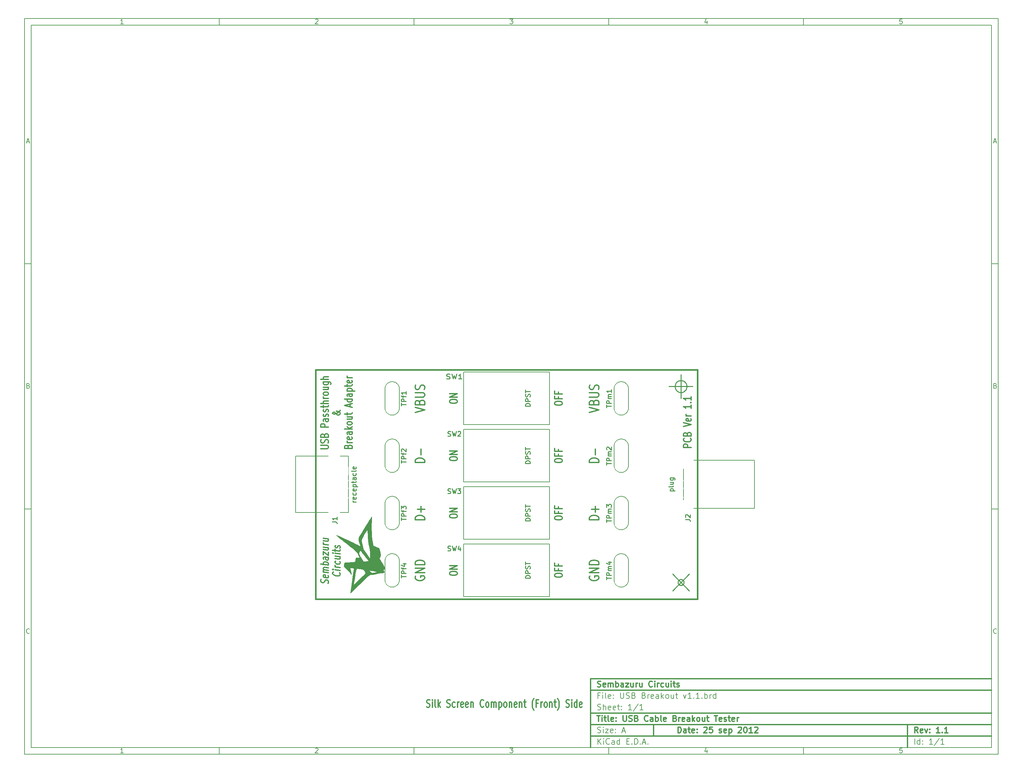
<source format=gto>
G04 (created by PCBNEW-RS274X (2012-01-19 BZR 3256)-stable) date 25/09/2012 17:33:03*
G01*
G70*
G90*
%MOIN*%
G04 Gerber Fmt 3.4, Leading zero omitted, Abs format*
%FSLAX34Y34*%
G04 APERTURE LIST*
%ADD10C,0.006000*%
%ADD11C,0.012000*%
%ADD12C,0.010000*%
%ADD13C,0.015000*%
%ADD14C,0.000100*%
%ADD15C,0.005000*%
%ADD16C,0.002500*%
%ADD17R,0.120000X0.120000*%
%ADD18C,0.120000*%
%ADD19R,0.083200X0.083200*%
%ADD20O,0.086200X0.079100*%
%ADD21C,0.086200*%
%ADD22O,0.148400X0.089400*%
%ADD23C,0.063300*%
%ADD24R,0.086200X0.086200*%
%ADD25C,0.140600*%
%ADD26C,0.143000*%
G04 APERTURE END LIST*
G54D10*
X-30500Y36750D02*
X71500Y36750D01*
X71500Y-40250D01*
X-30500Y-40250D01*
X-30500Y36750D01*
X-29800Y36050D02*
X70800Y36050D01*
X70800Y-39550D01*
X-29800Y-39550D01*
X-29800Y36050D01*
X-10100Y36750D02*
X-10100Y36050D01*
X-20157Y36198D02*
X-20443Y36198D01*
X-20300Y36198D02*
X-20300Y36698D01*
X-20348Y36626D01*
X-20395Y36579D01*
X-20443Y36555D01*
X-10100Y-40250D02*
X-10100Y-39550D01*
X-20157Y-40102D02*
X-20443Y-40102D01*
X-20300Y-40102D02*
X-20300Y-39602D01*
X-20348Y-39674D01*
X-20395Y-39721D01*
X-20443Y-39745D01*
X10300Y36750D02*
X10300Y36050D01*
X-00043Y36650D02*
X-00019Y36674D01*
X00029Y36698D01*
X00148Y36698D01*
X00195Y36674D01*
X00219Y36650D01*
X00243Y36602D01*
X00243Y36555D01*
X00219Y36483D01*
X-00067Y36198D01*
X00243Y36198D01*
X10300Y-40250D02*
X10300Y-39550D01*
X-00043Y-39650D02*
X-00019Y-39626D01*
X00029Y-39602D01*
X00148Y-39602D01*
X00195Y-39626D01*
X00219Y-39650D01*
X00243Y-39698D01*
X00243Y-39745D01*
X00219Y-39817D01*
X-00067Y-40102D01*
X00243Y-40102D01*
X30700Y36750D02*
X30700Y36050D01*
X20333Y36698D02*
X20643Y36698D01*
X20476Y36507D01*
X20548Y36507D01*
X20595Y36483D01*
X20619Y36460D01*
X20643Y36412D01*
X20643Y36293D01*
X20619Y36245D01*
X20595Y36221D01*
X20548Y36198D01*
X20405Y36198D01*
X20357Y36221D01*
X20333Y36245D01*
X30700Y-40250D02*
X30700Y-39550D01*
X20333Y-39602D02*
X20643Y-39602D01*
X20476Y-39793D01*
X20548Y-39793D01*
X20595Y-39817D01*
X20619Y-39840D01*
X20643Y-39888D01*
X20643Y-40007D01*
X20619Y-40055D01*
X20595Y-40079D01*
X20548Y-40102D01*
X20405Y-40102D01*
X20357Y-40079D01*
X20333Y-40055D01*
X51100Y36750D02*
X51100Y36050D01*
X40995Y36531D02*
X40995Y36198D01*
X40876Y36721D02*
X40757Y36364D01*
X41067Y36364D01*
X51100Y-40250D02*
X51100Y-39550D01*
X40995Y-39769D02*
X40995Y-40102D01*
X40876Y-39579D02*
X40757Y-39936D01*
X41067Y-39936D01*
X61419Y36698D02*
X61181Y36698D01*
X61157Y36460D01*
X61181Y36483D01*
X61229Y36507D01*
X61348Y36507D01*
X61395Y36483D01*
X61419Y36460D01*
X61443Y36412D01*
X61443Y36293D01*
X61419Y36245D01*
X61395Y36221D01*
X61348Y36198D01*
X61229Y36198D01*
X61181Y36221D01*
X61157Y36245D01*
X61419Y-39602D02*
X61181Y-39602D01*
X61157Y-39840D01*
X61181Y-39817D01*
X61229Y-39793D01*
X61348Y-39793D01*
X61395Y-39817D01*
X61419Y-39840D01*
X61443Y-39888D01*
X61443Y-40007D01*
X61419Y-40055D01*
X61395Y-40079D01*
X61348Y-40102D01*
X61229Y-40102D01*
X61181Y-40079D01*
X61157Y-40055D01*
X-30500Y11090D02*
X-29800Y11090D01*
X-30269Y23860D02*
X-30031Y23860D01*
X-30316Y23718D02*
X-30150Y24218D01*
X-29983Y23718D01*
X71500Y11090D02*
X70800Y11090D01*
X71031Y23860D02*
X71269Y23860D01*
X70984Y23718D02*
X71150Y24218D01*
X71317Y23718D01*
X-30500Y-14570D02*
X-29800Y-14570D01*
X-30114Y-01680D02*
X-30043Y-01704D01*
X-30019Y-01728D01*
X-29995Y-01776D01*
X-29995Y-01847D01*
X-30019Y-01895D01*
X-30043Y-01919D01*
X-30090Y-01942D01*
X-30281Y-01942D01*
X-30281Y-01442D01*
X-30114Y-01442D01*
X-30067Y-01466D01*
X-30043Y-01490D01*
X-30019Y-01538D01*
X-30019Y-01585D01*
X-30043Y-01633D01*
X-30067Y-01657D01*
X-30114Y-01680D01*
X-30281Y-01680D01*
X71500Y-14570D02*
X70800Y-14570D01*
X71186Y-01680D02*
X71257Y-01704D01*
X71281Y-01728D01*
X71305Y-01776D01*
X71305Y-01847D01*
X71281Y-01895D01*
X71257Y-01919D01*
X71210Y-01942D01*
X71019Y-01942D01*
X71019Y-01442D01*
X71186Y-01442D01*
X71233Y-01466D01*
X71257Y-01490D01*
X71281Y-01538D01*
X71281Y-01585D01*
X71257Y-01633D01*
X71233Y-01657D01*
X71186Y-01680D01*
X71019Y-01680D01*
X-29995Y-27555D02*
X-30019Y-27579D01*
X-30090Y-27602D01*
X-30138Y-27602D01*
X-30210Y-27579D01*
X-30257Y-27531D01*
X-30281Y-27483D01*
X-30305Y-27388D01*
X-30305Y-27317D01*
X-30281Y-27221D01*
X-30257Y-27174D01*
X-30210Y-27126D01*
X-30138Y-27102D01*
X-30090Y-27102D01*
X-30019Y-27126D01*
X-29995Y-27150D01*
X71305Y-27555D02*
X71281Y-27579D01*
X71210Y-27602D01*
X71162Y-27602D01*
X71090Y-27579D01*
X71043Y-27531D01*
X71019Y-27483D01*
X70995Y-27388D01*
X70995Y-27317D01*
X71019Y-27221D01*
X71043Y-27174D01*
X71090Y-27126D01*
X71162Y-27102D01*
X71210Y-27102D01*
X71281Y-27126D01*
X71305Y-27150D01*
G54D11*
X37943Y-37993D02*
X37943Y-37393D01*
X38086Y-37393D01*
X38171Y-37421D01*
X38229Y-37479D01*
X38257Y-37536D01*
X38286Y-37650D01*
X38286Y-37736D01*
X38257Y-37850D01*
X38229Y-37907D01*
X38171Y-37964D01*
X38086Y-37993D01*
X37943Y-37993D01*
X38800Y-37993D02*
X38800Y-37679D01*
X38771Y-37621D01*
X38714Y-37593D01*
X38600Y-37593D01*
X38543Y-37621D01*
X38800Y-37964D02*
X38743Y-37993D01*
X38600Y-37993D01*
X38543Y-37964D01*
X38514Y-37907D01*
X38514Y-37850D01*
X38543Y-37793D01*
X38600Y-37764D01*
X38743Y-37764D01*
X38800Y-37736D01*
X39000Y-37593D02*
X39229Y-37593D01*
X39086Y-37393D02*
X39086Y-37907D01*
X39114Y-37964D01*
X39172Y-37993D01*
X39229Y-37993D01*
X39657Y-37964D02*
X39600Y-37993D01*
X39486Y-37993D01*
X39429Y-37964D01*
X39400Y-37907D01*
X39400Y-37679D01*
X39429Y-37621D01*
X39486Y-37593D01*
X39600Y-37593D01*
X39657Y-37621D01*
X39686Y-37679D01*
X39686Y-37736D01*
X39400Y-37793D01*
X39943Y-37936D02*
X39971Y-37964D01*
X39943Y-37993D01*
X39914Y-37964D01*
X39943Y-37936D01*
X39943Y-37993D01*
X39943Y-37621D02*
X39971Y-37650D01*
X39943Y-37679D01*
X39914Y-37650D01*
X39943Y-37621D01*
X39943Y-37679D01*
X40657Y-37450D02*
X40686Y-37421D01*
X40743Y-37393D01*
X40886Y-37393D01*
X40943Y-37421D01*
X40972Y-37450D01*
X41000Y-37507D01*
X41000Y-37564D01*
X40972Y-37650D01*
X40629Y-37993D01*
X41000Y-37993D01*
X41543Y-37393D02*
X41257Y-37393D01*
X41228Y-37679D01*
X41257Y-37650D01*
X41314Y-37621D01*
X41457Y-37621D01*
X41514Y-37650D01*
X41543Y-37679D01*
X41571Y-37736D01*
X41571Y-37879D01*
X41543Y-37936D01*
X41514Y-37964D01*
X41457Y-37993D01*
X41314Y-37993D01*
X41257Y-37964D01*
X41228Y-37936D01*
X42256Y-37964D02*
X42313Y-37993D01*
X42428Y-37993D01*
X42485Y-37964D01*
X42513Y-37907D01*
X42513Y-37879D01*
X42485Y-37821D01*
X42428Y-37793D01*
X42342Y-37793D01*
X42285Y-37764D01*
X42256Y-37707D01*
X42256Y-37679D01*
X42285Y-37621D01*
X42342Y-37593D01*
X42428Y-37593D01*
X42485Y-37621D01*
X42999Y-37964D02*
X42942Y-37993D01*
X42828Y-37993D01*
X42771Y-37964D01*
X42742Y-37907D01*
X42742Y-37679D01*
X42771Y-37621D01*
X42828Y-37593D01*
X42942Y-37593D01*
X42999Y-37621D01*
X43028Y-37679D01*
X43028Y-37736D01*
X42742Y-37793D01*
X43285Y-37593D02*
X43285Y-38193D01*
X43285Y-37621D02*
X43342Y-37593D01*
X43456Y-37593D01*
X43513Y-37621D01*
X43542Y-37650D01*
X43571Y-37707D01*
X43571Y-37879D01*
X43542Y-37936D01*
X43513Y-37964D01*
X43456Y-37993D01*
X43342Y-37993D01*
X43285Y-37964D01*
X44256Y-37450D02*
X44285Y-37421D01*
X44342Y-37393D01*
X44485Y-37393D01*
X44542Y-37421D01*
X44571Y-37450D01*
X44599Y-37507D01*
X44599Y-37564D01*
X44571Y-37650D01*
X44228Y-37993D01*
X44599Y-37993D01*
X44970Y-37393D02*
X45027Y-37393D01*
X45084Y-37421D01*
X45113Y-37450D01*
X45142Y-37507D01*
X45170Y-37621D01*
X45170Y-37764D01*
X45142Y-37879D01*
X45113Y-37936D01*
X45084Y-37964D01*
X45027Y-37993D01*
X44970Y-37993D01*
X44913Y-37964D01*
X44884Y-37936D01*
X44856Y-37879D01*
X44827Y-37764D01*
X44827Y-37621D01*
X44856Y-37507D01*
X44884Y-37450D01*
X44913Y-37421D01*
X44970Y-37393D01*
X45741Y-37993D02*
X45398Y-37993D01*
X45570Y-37993D02*
X45570Y-37393D01*
X45513Y-37479D01*
X45455Y-37536D01*
X45398Y-37564D01*
X45969Y-37450D02*
X45998Y-37421D01*
X46055Y-37393D01*
X46198Y-37393D01*
X46255Y-37421D01*
X46284Y-37450D01*
X46312Y-37507D01*
X46312Y-37564D01*
X46284Y-37650D01*
X45941Y-37993D01*
X46312Y-37993D01*
G54D10*
X29543Y-39193D02*
X29543Y-38593D01*
X29886Y-39193D02*
X29629Y-38850D01*
X29886Y-38593D02*
X29543Y-38936D01*
X30143Y-39193D02*
X30143Y-38793D01*
X30143Y-38593D02*
X30114Y-38621D01*
X30143Y-38650D01*
X30171Y-38621D01*
X30143Y-38593D01*
X30143Y-38650D01*
X30772Y-39136D02*
X30743Y-39164D01*
X30657Y-39193D01*
X30600Y-39193D01*
X30515Y-39164D01*
X30457Y-39107D01*
X30429Y-39050D01*
X30400Y-38936D01*
X30400Y-38850D01*
X30429Y-38736D01*
X30457Y-38679D01*
X30515Y-38621D01*
X30600Y-38593D01*
X30657Y-38593D01*
X30743Y-38621D01*
X30772Y-38650D01*
X31286Y-39193D02*
X31286Y-38879D01*
X31257Y-38821D01*
X31200Y-38793D01*
X31086Y-38793D01*
X31029Y-38821D01*
X31286Y-39164D02*
X31229Y-39193D01*
X31086Y-39193D01*
X31029Y-39164D01*
X31000Y-39107D01*
X31000Y-39050D01*
X31029Y-38993D01*
X31086Y-38964D01*
X31229Y-38964D01*
X31286Y-38936D01*
X31829Y-39193D02*
X31829Y-38593D01*
X31829Y-39164D02*
X31772Y-39193D01*
X31658Y-39193D01*
X31600Y-39164D01*
X31572Y-39136D01*
X31543Y-39079D01*
X31543Y-38907D01*
X31572Y-38850D01*
X31600Y-38821D01*
X31658Y-38793D01*
X31772Y-38793D01*
X31829Y-38821D01*
X32572Y-38879D02*
X32772Y-38879D01*
X32858Y-39193D02*
X32572Y-39193D01*
X32572Y-38593D01*
X32858Y-38593D01*
X33115Y-39136D02*
X33143Y-39164D01*
X33115Y-39193D01*
X33086Y-39164D01*
X33115Y-39136D01*
X33115Y-39193D01*
X33401Y-39193D02*
X33401Y-38593D01*
X33544Y-38593D01*
X33629Y-38621D01*
X33687Y-38679D01*
X33715Y-38736D01*
X33744Y-38850D01*
X33744Y-38936D01*
X33715Y-39050D01*
X33687Y-39107D01*
X33629Y-39164D01*
X33544Y-39193D01*
X33401Y-39193D01*
X34001Y-39136D02*
X34029Y-39164D01*
X34001Y-39193D01*
X33972Y-39164D01*
X34001Y-39136D01*
X34001Y-39193D01*
X34258Y-39021D02*
X34544Y-39021D01*
X34201Y-39193D02*
X34401Y-38593D01*
X34601Y-39193D01*
X34801Y-39136D02*
X34829Y-39164D01*
X34801Y-39193D01*
X34772Y-39164D01*
X34801Y-39136D01*
X34801Y-39193D01*
G54D11*
X63086Y-37993D02*
X62886Y-37707D01*
X62743Y-37993D02*
X62743Y-37393D01*
X62971Y-37393D01*
X63029Y-37421D01*
X63057Y-37450D01*
X63086Y-37507D01*
X63086Y-37593D01*
X63057Y-37650D01*
X63029Y-37679D01*
X62971Y-37707D01*
X62743Y-37707D01*
X63571Y-37964D02*
X63514Y-37993D01*
X63400Y-37993D01*
X63343Y-37964D01*
X63314Y-37907D01*
X63314Y-37679D01*
X63343Y-37621D01*
X63400Y-37593D01*
X63514Y-37593D01*
X63571Y-37621D01*
X63600Y-37679D01*
X63600Y-37736D01*
X63314Y-37793D01*
X63800Y-37593D02*
X63943Y-37993D01*
X64085Y-37593D01*
X64314Y-37936D02*
X64342Y-37964D01*
X64314Y-37993D01*
X64285Y-37964D01*
X64314Y-37936D01*
X64314Y-37993D01*
X64314Y-37621D02*
X64342Y-37650D01*
X64314Y-37679D01*
X64285Y-37650D01*
X64314Y-37621D01*
X64314Y-37679D01*
X65371Y-37993D02*
X65028Y-37993D01*
X65200Y-37993D02*
X65200Y-37393D01*
X65143Y-37479D01*
X65085Y-37536D01*
X65028Y-37564D01*
X65628Y-37936D02*
X65656Y-37964D01*
X65628Y-37993D01*
X65599Y-37964D01*
X65628Y-37936D01*
X65628Y-37993D01*
X66228Y-37993D02*
X65885Y-37993D01*
X66057Y-37993D02*
X66057Y-37393D01*
X66000Y-37479D01*
X65942Y-37536D01*
X65885Y-37564D01*
G54D10*
X29514Y-37964D02*
X29600Y-37993D01*
X29743Y-37993D01*
X29800Y-37964D01*
X29829Y-37936D01*
X29857Y-37879D01*
X29857Y-37821D01*
X29829Y-37764D01*
X29800Y-37736D01*
X29743Y-37707D01*
X29629Y-37679D01*
X29571Y-37650D01*
X29543Y-37621D01*
X29514Y-37564D01*
X29514Y-37507D01*
X29543Y-37450D01*
X29571Y-37421D01*
X29629Y-37393D01*
X29771Y-37393D01*
X29857Y-37421D01*
X30114Y-37993D02*
X30114Y-37593D01*
X30114Y-37393D02*
X30085Y-37421D01*
X30114Y-37450D01*
X30142Y-37421D01*
X30114Y-37393D01*
X30114Y-37450D01*
X30343Y-37593D02*
X30657Y-37593D01*
X30343Y-37993D01*
X30657Y-37993D01*
X31114Y-37964D02*
X31057Y-37993D01*
X30943Y-37993D01*
X30886Y-37964D01*
X30857Y-37907D01*
X30857Y-37679D01*
X30886Y-37621D01*
X30943Y-37593D01*
X31057Y-37593D01*
X31114Y-37621D01*
X31143Y-37679D01*
X31143Y-37736D01*
X30857Y-37793D01*
X31400Y-37936D02*
X31428Y-37964D01*
X31400Y-37993D01*
X31371Y-37964D01*
X31400Y-37936D01*
X31400Y-37993D01*
X31400Y-37621D02*
X31428Y-37650D01*
X31400Y-37679D01*
X31371Y-37650D01*
X31400Y-37621D01*
X31400Y-37679D01*
X32114Y-37821D02*
X32400Y-37821D01*
X32057Y-37993D02*
X32257Y-37393D01*
X32457Y-37993D01*
X62743Y-39193D02*
X62743Y-38593D01*
X63286Y-39193D02*
X63286Y-38593D01*
X63286Y-39164D02*
X63229Y-39193D01*
X63115Y-39193D01*
X63057Y-39164D01*
X63029Y-39136D01*
X63000Y-39079D01*
X63000Y-38907D01*
X63029Y-38850D01*
X63057Y-38821D01*
X63115Y-38793D01*
X63229Y-38793D01*
X63286Y-38821D01*
X63572Y-39136D02*
X63600Y-39164D01*
X63572Y-39193D01*
X63543Y-39164D01*
X63572Y-39136D01*
X63572Y-39193D01*
X63572Y-38821D02*
X63600Y-38850D01*
X63572Y-38879D01*
X63543Y-38850D01*
X63572Y-38821D01*
X63572Y-38879D01*
X64629Y-39193D02*
X64286Y-39193D01*
X64458Y-39193D02*
X64458Y-38593D01*
X64401Y-38679D01*
X64343Y-38736D01*
X64286Y-38764D01*
X65314Y-38564D02*
X64800Y-39336D01*
X65829Y-39193D02*
X65486Y-39193D01*
X65658Y-39193D02*
X65658Y-38593D01*
X65601Y-38679D01*
X65543Y-38736D01*
X65486Y-38764D01*
G54D11*
X29457Y-36193D02*
X29800Y-36193D01*
X29629Y-36793D02*
X29629Y-36193D01*
X30000Y-36793D02*
X30000Y-36393D01*
X30000Y-36193D02*
X29971Y-36221D01*
X30000Y-36250D01*
X30028Y-36221D01*
X30000Y-36193D01*
X30000Y-36250D01*
X30200Y-36393D02*
X30429Y-36393D01*
X30286Y-36193D02*
X30286Y-36707D01*
X30314Y-36764D01*
X30372Y-36793D01*
X30429Y-36793D01*
X30715Y-36793D02*
X30657Y-36764D01*
X30629Y-36707D01*
X30629Y-36193D01*
X31171Y-36764D02*
X31114Y-36793D01*
X31000Y-36793D01*
X30943Y-36764D01*
X30914Y-36707D01*
X30914Y-36479D01*
X30943Y-36421D01*
X31000Y-36393D01*
X31114Y-36393D01*
X31171Y-36421D01*
X31200Y-36479D01*
X31200Y-36536D01*
X30914Y-36593D01*
X31457Y-36736D02*
X31485Y-36764D01*
X31457Y-36793D01*
X31428Y-36764D01*
X31457Y-36736D01*
X31457Y-36793D01*
X31457Y-36421D02*
X31485Y-36450D01*
X31457Y-36479D01*
X31428Y-36450D01*
X31457Y-36421D01*
X31457Y-36479D01*
X32200Y-36193D02*
X32200Y-36679D01*
X32228Y-36736D01*
X32257Y-36764D01*
X32314Y-36793D01*
X32428Y-36793D01*
X32486Y-36764D01*
X32514Y-36736D01*
X32543Y-36679D01*
X32543Y-36193D01*
X32800Y-36764D02*
X32886Y-36793D01*
X33029Y-36793D01*
X33086Y-36764D01*
X33115Y-36736D01*
X33143Y-36679D01*
X33143Y-36621D01*
X33115Y-36564D01*
X33086Y-36536D01*
X33029Y-36507D01*
X32915Y-36479D01*
X32857Y-36450D01*
X32829Y-36421D01*
X32800Y-36364D01*
X32800Y-36307D01*
X32829Y-36250D01*
X32857Y-36221D01*
X32915Y-36193D01*
X33057Y-36193D01*
X33143Y-36221D01*
X33600Y-36479D02*
X33686Y-36507D01*
X33714Y-36536D01*
X33743Y-36593D01*
X33743Y-36679D01*
X33714Y-36736D01*
X33686Y-36764D01*
X33628Y-36793D01*
X33400Y-36793D01*
X33400Y-36193D01*
X33600Y-36193D01*
X33657Y-36221D01*
X33686Y-36250D01*
X33714Y-36307D01*
X33714Y-36364D01*
X33686Y-36421D01*
X33657Y-36450D01*
X33600Y-36479D01*
X33400Y-36479D01*
X34800Y-36736D02*
X34771Y-36764D01*
X34685Y-36793D01*
X34628Y-36793D01*
X34543Y-36764D01*
X34485Y-36707D01*
X34457Y-36650D01*
X34428Y-36536D01*
X34428Y-36450D01*
X34457Y-36336D01*
X34485Y-36279D01*
X34543Y-36221D01*
X34628Y-36193D01*
X34685Y-36193D01*
X34771Y-36221D01*
X34800Y-36250D01*
X35314Y-36793D02*
X35314Y-36479D01*
X35285Y-36421D01*
X35228Y-36393D01*
X35114Y-36393D01*
X35057Y-36421D01*
X35314Y-36764D02*
X35257Y-36793D01*
X35114Y-36793D01*
X35057Y-36764D01*
X35028Y-36707D01*
X35028Y-36650D01*
X35057Y-36593D01*
X35114Y-36564D01*
X35257Y-36564D01*
X35314Y-36536D01*
X35600Y-36793D02*
X35600Y-36193D01*
X35600Y-36421D02*
X35657Y-36393D01*
X35771Y-36393D01*
X35828Y-36421D01*
X35857Y-36450D01*
X35886Y-36507D01*
X35886Y-36679D01*
X35857Y-36736D01*
X35828Y-36764D01*
X35771Y-36793D01*
X35657Y-36793D01*
X35600Y-36764D01*
X36229Y-36793D02*
X36171Y-36764D01*
X36143Y-36707D01*
X36143Y-36193D01*
X36685Y-36764D02*
X36628Y-36793D01*
X36514Y-36793D01*
X36457Y-36764D01*
X36428Y-36707D01*
X36428Y-36479D01*
X36457Y-36421D01*
X36514Y-36393D01*
X36628Y-36393D01*
X36685Y-36421D01*
X36714Y-36479D01*
X36714Y-36536D01*
X36428Y-36593D01*
X37628Y-36479D02*
X37714Y-36507D01*
X37742Y-36536D01*
X37771Y-36593D01*
X37771Y-36679D01*
X37742Y-36736D01*
X37714Y-36764D01*
X37656Y-36793D01*
X37428Y-36793D01*
X37428Y-36193D01*
X37628Y-36193D01*
X37685Y-36221D01*
X37714Y-36250D01*
X37742Y-36307D01*
X37742Y-36364D01*
X37714Y-36421D01*
X37685Y-36450D01*
X37628Y-36479D01*
X37428Y-36479D01*
X38028Y-36793D02*
X38028Y-36393D01*
X38028Y-36507D02*
X38056Y-36450D01*
X38085Y-36421D01*
X38142Y-36393D01*
X38199Y-36393D01*
X38627Y-36764D02*
X38570Y-36793D01*
X38456Y-36793D01*
X38399Y-36764D01*
X38370Y-36707D01*
X38370Y-36479D01*
X38399Y-36421D01*
X38456Y-36393D01*
X38570Y-36393D01*
X38627Y-36421D01*
X38656Y-36479D01*
X38656Y-36536D01*
X38370Y-36593D01*
X39170Y-36793D02*
X39170Y-36479D01*
X39141Y-36421D01*
X39084Y-36393D01*
X38970Y-36393D01*
X38913Y-36421D01*
X39170Y-36764D02*
X39113Y-36793D01*
X38970Y-36793D01*
X38913Y-36764D01*
X38884Y-36707D01*
X38884Y-36650D01*
X38913Y-36593D01*
X38970Y-36564D01*
X39113Y-36564D01*
X39170Y-36536D01*
X39456Y-36793D02*
X39456Y-36193D01*
X39513Y-36564D02*
X39684Y-36793D01*
X39684Y-36393D02*
X39456Y-36621D01*
X40028Y-36793D02*
X39970Y-36764D01*
X39942Y-36736D01*
X39913Y-36679D01*
X39913Y-36507D01*
X39942Y-36450D01*
X39970Y-36421D01*
X40028Y-36393D01*
X40113Y-36393D01*
X40170Y-36421D01*
X40199Y-36450D01*
X40228Y-36507D01*
X40228Y-36679D01*
X40199Y-36736D01*
X40170Y-36764D01*
X40113Y-36793D01*
X40028Y-36793D01*
X40742Y-36393D02*
X40742Y-36793D01*
X40485Y-36393D02*
X40485Y-36707D01*
X40513Y-36764D01*
X40571Y-36793D01*
X40656Y-36793D01*
X40713Y-36764D01*
X40742Y-36736D01*
X40942Y-36393D02*
X41171Y-36393D01*
X41028Y-36193D02*
X41028Y-36707D01*
X41056Y-36764D01*
X41114Y-36793D01*
X41171Y-36793D01*
X41742Y-36193D02*
X42085Y-36193D01*
X41914Y-36793D02*
X41914Y-36193D01*
X42513Y-36764D02*
X42456Y-36793D01*
X42342Y-36793D01*
X42285Y-36764D01*
X42256Y-36707D01*
X42256Y-36479D01*
X42285Y-36421D01*
X42342Y-36393D01*
X42456Y-36393D01*
X42513Y-36421D01*
X42542Y-36479D01*
X42542Y-36536D01*
X42256Y-36593D01*
X42770Y-36764D02*
X42827Y-36793D01*
X42942Y-36793D01*
X42999Y-36764D01*
X43027Y-36707D01*
X43027Y-36679D01*
X42999Y-36621D01*
X42942Y-36593D01*
X42856Y-36593D01*
X42799Y-36564D01*
X42770Y-36507D01*
X42770Y-36479D01*
X42799Y-36421D01*
X42856Y-36393D01*
X42942Y-36393D01*
X42999Y-36421D01*
X43199Y-36393D02*
X43428Y-36393D01*
X43285Y-36193D02*
X43285Y-36707D01*
X43313Y-36764D01*
X43371Y-36793D01*
X43428Y-36793D01*
X43856Y-36764D02*
X43799Y-36793D01*
X43685Y-36793D01*
X43628Y-36764D01*
X43599Y-36707D01*
X43599Y-36479D01*
X43628Y-36421D01*
X43685Y-36393D01*
X43799Y-36393D01*
X43856Y-36421D01*
X43885Y-36479D01*
X43885Y-36536D01*
X43599Y-36593D01*
X44142Y-36793D02*
X44142Y-36393D01*
X44142Y-36507D02*
X44170Y-36450D01*
X44199Y-36421D01*
X44256Y-36393D01*
X44313Y-36393D01*
G54D10*
X29743Y-34079D02*
X29543Y-34079D01*
X29543Y-34393D02*
X29543Y-33793D01*
X29829Y-33793D01*
X30057Y-34393D02*
X30057Y-33993D01*
X30057Y-33793D02*
X30028Y-33821D01*
X30057Y-33850D01*
X30085Y-33821D01*
X30057Y-33793D01*
X30057Y-33850D01*
X30429Y-34393D02*
X30371Y-34364D01*
X30343Y-34307D01*
X30343Y-33793D01*
X30885Y-34364D02*
X30828Y-34393D01*
X30714Y-34393D01*
X30657Y-34364D01*
X30628Y-34307D01*
X30628Y-34079D01*
X30657Y-34021D01*
X30714Y-33993D01*
X30828Y-33993D01*
X30885Y-34021D01*
X30914Y-34079D01*
X30914Y-34136D01*
X30628Y-34193D01*
X31171Y-34336D02*
X31199Y-34364D01*
X31171Y-34393D01*
X31142Y-34364D01*
X31171Y-34336D01*
X31171Y-34393D01*
X31171Y-34021D02*
X31199Y-34050D01*
X31171Y-34079D01*
X31142Y-34050D01*
X31171Y-34021D01*
X31171Y-34079D01*
X31914Y-33793D02*
X31914Y-34279D01*
X31942Y-34336D01*
X31971Y-34364D01*
X32028Y-34393D01*
X32142Y-34393D01*
X32200Y-34364D01*
X32228Y-34336D01*
X32257Y-34279D01*
X32257Y-33793D01*
X32514Y-34364D02*
X32600Y-34393D01*
X32743Y-34393D01*
X32800Y-34364D01*
X32829Y-34336D01*
X32857Y-34279D01*
X32857Y-34221D01*
X32829Y-34164D01*
X32800Y-34136D01*
X32743Y-34107D01*
X32629Y-34079D01*
X32571Y-34050D01*
X32543Y-34021D01*
X32514Y-33964D01*
X32514Y-33907D01*
X32543Y-33850D01*
X32571Y-33821D01*
X32629Y-33793D01*
X32771Y-33793D01*
X32857Y-33821D01*
X33314Y-34079D02*
X33400Y-34107D01*
X33428Y-34136D01*
X33457Y-34193D01*
X33457Y-34279D01*
X33428Y-34336D01*
X33400Y-34364D01*
X33342Y-34393D01*
X33114Y-34393D01*
X33114Y-33793D01*
X33314Y-33793D01*
X33371Y-33821D01*
X33400Y-33850D01*
X33428Y-33907D01*
X33428Y-33964D01*
X33400Y-34021D01*
X33371Y-34050D01*
X33314Y-34079D01*
X33114Y-34079D01*
X34371Y-34079D02*
X34457Y-34107D01*
X34485Y-34136D01*
X34514Y-34193D01*
X34514Y-34279D01*
X34485Y-34336D01*
X34457Y-34364D01*
X34399Y-34393D01*
X34171Y-34393D01*
X34171Y-33793D01*
X34371Y-33793D01*
X34428Y-33821D01*
X34457Y-33850D01*
X34485Y-33907D01*
X34485Y-33964D01*
X34457Y-34021D01*
X34428Y-34050D01*
X34371Y-34079D01*
X34171Y-34079D01*
X34771Y-34393D02*
X34771Y-33993D01*
X34771Y-34107D02*
X34799Y-34050D01*
X34828Y-34021D01*
X34885Y-33993D01*
X34942Y-33993D01*
X35370Y-34364D02*
X35313Y-34393D01*
X35199Y-34393D01*
X35142Y-34364D01*
X35113Y-34307D01*
X35113Y-34079D01*
X35142Y-34021D01*
X35199Y-33993D01*
X35313Y-33993D01*
X35370Y-34021D01*
X35399Y-34079D01*
X35399Y-34136D01*
X35113Y-34193D01*
X35913Y-34393D02*
X35913Y-34079D01*
X35884Y-34021D01*
X35827Y-33993D01*
X35713Y-33993D01*
X35656Y-34021D01*
X35913Y-34364D02*
X35856Y-34393D01*
X35713Y-34393D01*
X35656Y-34364D01*
X35627Y-34307D01*
X35627Y-34250D01*
X35656Y-34193D01*
X35713Y-34164D01*
X35856Y-34164D01*
X35913Y-34136D01*
X36199Y-34393D02*
X36199Y-33793D01*
X36256Y-34164D02*
X36427Y-34393D01*
X36427Y-33993D02*
X36199Y-34221D01*
X36771Y-34393D02*
X36713Y-34364D01*
X36685Y-34336D01*
X36656Y-34279D01*
X36656Y-34107D01*
X36685Y-34050D01*
X36713Y-34021D01*
X36771Y-33993D01*
X36856Y-33993D01*
X36913Y-34021D01*
X36942Y-34050D01*
X36971Y-34107D01*
X36971Y-34279D01*
X36942Y-34336D01*
X36913Y-34364D01*
X36856Y-34393D01*
X36771Y-34393D01*
X37485Y-33993D02*
X37485Y-34393D01*
X37228Y-33993D02*
X37228Y-34307D01*
X37256Y-34364D01*
X37314Y-34393D01*
X37399Y-34393D01*
X37456Y-34364D01*
X37485Y-34336D01*
X37685Y-33993D02*
X37914Y-33993D01*
X37771Y-33793D02*
X37771Y-34307D01*
X37799Y-34364D01*
X37857Y-34393D01*
X37914Y-34393D01*
X38514Y-33993D02*
X38657Y-34393D01*
X38799Y-33993D01*
X39342Y-34393D02*
X38999Y-34393D01*
X39171Y-34393D02*
X39171Y-33793D01*
X39114Y-33879D01*
X39056Y-33936D01*
X38999Y-33964D01*
X39599Y-34336D02*
X39627Y-34364D01*
X39599Y-34393D01*
X39570Y-34364D01*
X39599Y-34336D01*
X39599Y-34393D01*
X40199Y-34393D02*
X39856Y-34393D01*
X40028Y-34393D02*
X40028Y-33793D01*
X39971Y-33879D01*
X39913Y-33936D01*
X39856Y-33964D01*
X40456Y-34336D02*
X40484Y-34364D01*
X40456Y-34393D01*
X40427Y-34364D01*
X40456Y-34336D01*
X40456Y-34393D01*
X40742Y-34393D02*
X40742Y-33793D01*
X40742Y-34021D02*
X40799Y-33993D01*
X40913Y-33993D01*
X40970Y-34021D01*
X40999Y-34050D01*
X41028Y-34107D01*
X41028Y-34279D01*
X40999Y-34336D01*
X40970Y-34364D01*
X40913Y-34393D01*
X40799Y-34393D01*
X40742Y-34364D01*
X41285Y-34393D02*
X41285Y-33993D01*
X41285Y-34107D02*
X41313Y-34050D01*
X41342Y-34021D01*
X41399Y-33993D01*
X41456Y-33993D01*
X41913Y-34393D02*
X41913Y-33793D01*
X41913Y-34364D02*
X41856Y-34393D01*
X41742Y-34393D01*
X41684Y-34364D01*
X41656Y-34336D01*
X41627Y-34279D01*
X41627Y-34107D01*
X41656Y-34050D01*
X41684Y-34021D01*
X41742Y-33993D01*
X41856Y-33993D01*
X41913Y-34021D01*
X29514Y-35564D02*
X29600Y-35593D01*
X29743Y-35593D01*
X29800Y-35564D01*
X29829Y-35536D01*
X29857Y-35479D01*
X29857Y-35421D01*
X29829Y-35364D01*
X29800Y-35336D01*
X29743Y-35307D01*
X29629Y-35279D01*
X29571Y-35250D01*
X29543Y-35221D01*
X29514Y-35164D01*
X29514Y-35107D01*
X29543Y-35050D01*
X29571Y-35021D01*
X29629Y-34993D01*
X29771Y-34993D01*
X29857Y-35021D01*
X30114Y-35593D02*
X30114Y-34993D01*
X30371Y-35593D02*
X30371Y-35279D01*
X30342Y-35221D01*
X30285Y-35193D01*
X30200Y-35193D01*
X30142Y-35221D01*
X30114Y-35250D01*
X30885Y-35564D02*
X30828Y-35593D01*
X30714Y-35593D01*
X30657Y-35564D01*
X30628Y-35507D01*
X30628Y-35279D01*
X30657Y-35221D01*
X30714Y-35193D01*
X30828Y-35193D01*
X30885Y-35221D01*
X30914Y-35279D01*
X30914Y-35336D01*
X30628Y-35393D01*
X31399Y-35564D02*
X31342Y-35593D01*
X31228Y-35593D01*
X31171Y-35564D01*
X31142Y-35507D01*
X31142Y-35279D01*
X31171Y-35221D01*
X31228Y-35193D01*
X31342Y-35193D01*
X31399Y-35221D01*
X31428Y-35279D01*
X31428Y-35336D01*
X31142Y-35393D01*
X31599Y-35193D02*
X31828Y-35193D01*
X31685Y-34993D02*
X31685Y-35507D01*
X31713Y-35564D01*
X31771Y-35593D01*
X31828Y-35593D01*
X32028Y-35536D02*
X32056Y-35564D01*
X32028Y-35593D01*
X31999Y-35564D01*
X32028Y-35536D01*
X32028Y-35593D01*
X32028Y-35221D02*
X32056Y-35250D01*
X32028Y-35279D01*
X31999Y-35250D01*
X32028Y-35221D01*
X32028Y-35279D01*
X33085Y-35593D02*
X32742Y-35593D01*
X32914Y-35593D02*
X32914Y-34993D01*
X32857Y-35079D01*
X32799Y-35136D01*
X32742Y-35164D01*
X33770Y-34964D02*
X33256Y-35736D01*
X34285Y-35593D02*
X33942Y-35593D01*
X34114Y-35593D02*
X34114Y-34993D01*
X34057Y-35079D01*
X33999Y-35136D01*
X33942Y-35164D01*
G54D11*
X29514Y-33164D02*
X29600Y-33193D01*
X29743Y-33193D01*
X29800Y-33164D01*
X29829Y-33136D01*
X29857Y-33079D01*
X29857Y-33021D01*
X29829Y-32964D01*
X29800Y-32936D01*
X29743Y-32907D01*
X29629Y-32879D01*
X29571Y-32850D01*
X29543Y-32821D01*
X29514Y-32764D01*
X29514Y-32707D01*
X29543Y-32650D01*
X29571Y-32621D01*
X29629Y-32593D01*
X29771Y-32593D01*
X29857Y-32621D01*
X30342Y-33164D02*
X30285Y-33193D01*
X30171Y-33193D01*
X30114Y-33164D01*
X30085Y-33107D01*
X30085Y-32879D01*
X30114Y-32821D01*
X30171Y-32793D01*
X30285Y-32793D01*
X30342Y-32821D01*
X30371Y-32879D01*
X30371Y-32936D01*
X30085Y-32993D01*
X30628Y-33193D02*
X30628Y-32793D01*
X30628Y-32850D02*
X30656Y-32821D01*
X30714Y-32793D01*
X30799Y-32793D01*
X30856Y-32821D01*
X30885Y-32879D01*
X30885Y-33193D01*
X30885Y-32879D02*
X30914Y-32821D01*
X30971Y-32793D01*
X31056Y-32793D01*
X31114Y-32821D01*
X31142Y-32879D01*
X31142Y-33193D01*
X31428Y-33193D02*
X31428Y-32593D01*
X31428Y-32821D02*
X31485Y-32793D01*
X31599Y-32793D01*
X31656Y-32821D01*
X31685Y-32850D01*
X31714Y-32907D01*
X31714Y-33079D01*
X31685Y-33136D01*
X31656Y-33164D01*
X31599Y-33193D01*
X31485Y-33193D01*
X31428Y-33164D01*
X32228Y-33193D02*
X32228Y-32879D01*
X32199Y-32821D01*
X32142Y-32793D01*
X32028Y-32793D01*
X31971Y-32821D01*
X32228Y-33164D02*
X32171Y-33193D01*
X32028Y-33193D01*
X31971Y-33164D01*
X31942Y-33107D01*
X31942Y-33050D01*
X31971Y-32993D01*
X32028Y-32964D01*
X32171Y-32964D01*
X32228Y-32936D01*
X32457Y-32793D02*
X32771Y-32793D01*
X32457Y-33193D01*
X32771Y-33193D01*
X33257Y-32793D02*
X33257Y-33193D01*
X33000Y-32793D02*
X33000Y-33107D01*
X33028Y-33164D01*
X33086Y-33193D01*
X33171Y-33193D01*
X33228Y-33164D01*
X33257Y-33136D01*
X33543Y-33193D02*
X33543Y-32793D01*
X33543Y-32907D02*
X33571Y-32850D01*
X33600Y-32821D01*
X33657Y-32793D01*
X33714Y-32793D01*
X34171Y-32793D02*
X34171Y-33193D01*
X33914Y-32793D02*
X33914Y-33107D01*
X33942Y-33164D01*
X34000Y-33193D01*
X34085Y-33193D01*
X34142Y-33164D01*
X34171Y-33136D01*
X35257Y-33136D02*
X35228Y-33164D01*
X35142Y-33193D01*
X35085Y-33193D01*
X35000Y-33164D01*
X34942Y-33107D01*
X34914Y-33050D01*
X34885Y-32936D01*
X34885Y-32850D01*
X34914Y-32736D01*
X34942Y-32679D01*
X35000Y-32621D01*
X35085Y-32593D01*
X35142Y-32593D01*
X35228Y-32621D01*
X35257Y-32650D01*
X35514Y-33193D02*
X35514Y-32793D01*
X35514Y-32593D02*
X35485Y-32621D01*
X35514Y-32650D01*
X35542Y-32621D01*
X35514Y-32593D01*
X35514Y-32650D01*
X35800Y-33193D02*
X35800Y-32793D01*
X35800Y-32907D02*
X35828Y-32850D01*
X35857Y-32821D01*
X35914Y-32793D01*
X35971Y-32793D01*
X36428Y-33164D02*
X36371Y-33193D01*
X36257Y-33193D01*
X36199Y-33164D01*
X36171Y-33136D01*
X36142Y-33079D01*
X36142Y-32907D01*
X36171Y-32850D01*
X36199Y-32821D01*
X36257Y-32793D01*
X36371Y-32793D01*
X36428Y-32821D01*
X36942Y-32793D02*
X36942Y-33193D01*
X36685Y-32793D02*
X36685Y-33107D01*
X36713Y-33164D01*
X36771Y-33193D01*
X36856Y-33193D01*
X36913Y-33164D01*
X36942Y-33136D01*
X37228Y-33193D02*
X37228Y-32793D01*
X37228Y-32593D02*
X37199Y-32621D01*
X37228Y-32650D01*
X37256Y-32621D01*
X37228Y-32593D01*
X37228Y-32650D01*
X37428Y-32793D02*
X37657Y-32793D01*
X37514Y-32593D02*
X37514Y-33107D01*
X37542Y-33164D01*
X37600Y-33193D01*
X37657Y-33193D01*
X37828Y-33164D02*
X37885Y-33193D01*
X38000Y-33193D01*
X38057Y-33164D01*
X38085Y-33107D01*
X38085Y-33079D01*
X38057Y-33021D01*
X38000Y-32993D01*
X37914Y-32993D01*
X37857Y-32964D01*
X37828Y-32907D01*
X37828Y-32879D01*
X37857Y-32821D01*
X37914Y-32793D01*
X38000Y-32793D01*
X38057Y-32821D01*
X28800Y-32350D02*
X28800Y-39550D01*
X28800Y-33550D02*
X70800Y-33550D01*
X28800Y-32350D02*
X70800Y-32350D01*
X28800Y-35950D02*
X70800Y-35950D01*
X62000Y-37150D02*
X62000Y-39550D01*
X28800Y-38350D02*
X70800Y-38350D01*
X28800Y-37150D02*
X70800Y-37150D01*
X35400Y-37150D02*
X35400Y-38350D01*
X11614Y-35286D02*
X11700Y-35324D01*
X11843Y-35324D01*
X11900Y-35286D01*
X11929Y-35248D01*
X11957Y-35171D01*
X11957Y-35095D01*
X11929Y-35019D01*
X11900Y-34981D01*
X11843Y-34943D01*
X11729Y-34905D01*
X11671Y-34867D01*
X11643Y-34829D01*
X11614Y-34752D01*
X11614Y-34676D01*
X11643Y-34600D01*
X11671Y-34562D01*
X11729Y-34524D01*
X11871Y-34524D01*
X11957Y-34562D01*
X12214Y-35324D02*
X12214Y-34790D01*
X12214Y-34524D02*
X12185Y-34562D01*
X12214Y-34600D01*
X12242Y-34562D01*
X12214Y-34524D01*
X12214Y-34600D01*
X12586Y-35324D02*
X12528Y-35286D01*
X12500Y-35210D01*
X12500Y-34524D01*
X12814Y-35324D02*
X12814Y-34524D01*
X12871Y-35019D02*
X13042Y-35324D01*
X13042Y-34790D02*
X12814Y-35095D01*
X13728Y-35286D02*
X13814Y-35324D01*
X13957Y-35324D01*
X14014Y-35286D01*
X14043Y-35248D01*
X14071Y-35171D01*
X14071Y-35095D01*
X14043Y-35019D01*
X14014Y-34981D01*
X13957Y-34943D01*
X13843Y-34905D01*
X13785Y-34867D01*
X13757Y-34829D01*
X13728Y-34752D01*
X13728Y-34676D01*
X13757Y-34600D01*
X13785Y-34562D01*
X13843Y-34524D01*
X13985Y-34524D01*
X14071Y-34562D01*
X14585Y-35286D02*
X14528Y-35324D01*
X14414Y-35324D01*
X14356Y-35286D01*
X14328Y-35248D01*
X14299Y-35171D01*
X14299Y-34943D01*
X14328Y-34867D01*
X14356Y-34829D01*
X14414Y-34790D01*
X14528Y-34790D01*
X14585Y-34829D01*
X14842Y-35324D02*
X14842Y-34790D01*
X14842Y-34943D02*
X14870Y-34867D01*
X14899Y-34829D01*
X14956Y-34790D01*
X15013Y-34790D01*
X15441Y-35286D02*
X15384Y-35324D01*
X15270Y-35324D01*
X15213Y-35286D01*
X15184Y-35210D01*
X15184Y-34905D01*
X15213Y-34829D01*
X15270Y-34790D01*
X15384Y-34790D01*
X15441Y-34829D01*
X15470Y-34905D01*
X15470Y-34981D01*
X15184Y-35057D01*
X15955Y-35286D02*
X15898Y-35324D01*
X15784Y-35324D01*
X15727Y-35286D01*
X15698Y-35210D01*
X15698Y-34905D01*
X15727Y-34829D01*
X15784Y-34790D01*
X15898Y-34790D01*
X15955Y-34829D01*
X15984Y-34905D01*
X15984Y-34981D01*
X15698Y-35057D01*
X16241Y-34790D02*
X16241Y-35324D01*
X16241Y-34867D02*
X16269Y-34829D01*
X16327Y-34790D01*
X16412Y-34790D01*
X16469Y-34829D01*
X16498Y-34905D01*
X16498Y-35324D01*
X17584Y-35248D02*
X17555Y-35286D01*
X17469Y-35324D01*
X17412Y-35324D01*
X17327Y-35286D01*
X17269Y-35210D01*
X17241Y-35133D01*
X17212Y-34981D01*
X17212Y-34867D01*
X17241Y-34714D01*
X17269Y-34638D01*
X17327Y-34562D01*
X17412Y-34524D01*
X17469Y-34524D01*
X17555Y-34562D01*
X17584Y-34600D01*
X17927Y-35324D02*
X17869Y-35286D01*
X17841Y-35248D01*
X17812Y-35171D01*
X17812Y-34943D01*
X17841Y-34867D01*
X17869Y-34829D01*
X17927Y-34790D01*
X18012Y-34790D01*
X18069Y-34829D01*
X18098Y-34867D01*
X18127Y-34943D01*
X18127Y-35171D01*
X18098Y-35248D01*
X18069Y-35286D01*
X18012Y-35324D01*
X17927Y-35324D01*
X18384Y-35324D02*
X18384Y-34790D01*
X18384Y-34867D02*
X18412Y-34829D01*
X18470Y-34790D01*
X18555Y-34790D01*
X18612Y-34829D01*
X18641Y-34905D01*
X18641Y-35324D01*
X18641Y-34905D02*
X18670Y-34829D01*
X18727Y-34790D01*
X18812Y-34790D01*
X18870Y-34829D01*
X18898Y-34905D01*
X18898Y-35324D01*
X19184Y-34790D02*
X19184Y-35590D01*
X19184Y-34829D02*
X19241Y-34790D01*
X19355Y-34790D01*
X19412Y-34829D01*
X19441Y-34867D01*
X19470Y-34943D01*
X19470Y-35171D01*
X19441Y-35248D01*
X19412Y-35286D01*
X19355Y-35324D01*
X19241Y-35324D01*
X19184Y-35286D01*
X19813Y-35324D02*
X19755Y-35286D01*
X19727Y-35248D01*
X19698Y-35171D01*
X19698Y-34943D01*
X19727Y-34867D01*
X19755Y-34829D01*
X19813Y-34790D01*
X19898Y-34790D01*
X19955Y-34829D01*
X19984Y-34867D01*
X20013Y-34943D01*
X20013Y-35171D01*
X19984Y-35248D01*
X19955Y-35286D01*
X19898Y-35324D01*
X19813Y-35324D01*
X20270Y-34790D02*
X20270Y-35324D01*
X20270Y-34867D02*
X20298Y-34829D01*
X20356Y-34790D01*
X20441Y-34790D01*
X20498Y-34829D01*
X20527Y-34905D01*
X20527Y-35324D01*
X21041Y-35286D02*
X20984Y-35324D01*
X20870Y-35324D01*
X20813Y-35286D01*
X20784Y-35210D01*
X20784Y-34905D01*
X20813Y-34829D01*
X20870Y-34790D01*
X20984Y-34790D01*
X21041Y-34829D01*
X21070Y-34905D01*
X21070Y-34981D01*
X20784Y-35057D01*
X21327Y-34790D02*
X21327Y-35324D01*
X21327Y-34867D02*
X21355Y-34829D01*
X21413Y-34790D01*
X21498Y-34790D01*
X21555Y-34829D01*
X21584Y-34905D01*
X21584Y-35324D01*
X21784Y-34790D02*
X22013Y-34790D01*
X21870Y-34524D02*
X21870Y-35210D01*
X21898Y-35286D01*
X21956Y-35324D01*
X22013Y-35324D01*
X22841Y-35629D02*
X22813Y-35590D01*
X22756Y-35476D01*
X22727Y-35400D01*
X22698Y-35286D01*
X22670Y-35095D01*
X22670Y-34943D01*
X22698Y-34752D01*
X22727Y-34638D01*
X22756Y-34562D01*
X22813Y-34448D01*
X22841Y-34410D01*
X23270Y-34905D02*
X23070Y-34905D01*
X23070Y-35324D02*
X23070Y-34524D01*
X23356Y-34524D01*
X23584Y-35324D02*
X23584Y-34790D01*
X23584Y-34943D02*
X23612Y-34867D01*
X23641Y-34829D01*
X23698Y-34790D01*
X23755Y-34790D01*
X24041Y-35324D02*
X23983Y-35286D01*
X23955Y-35248D01*
X23926Y-35171D01*
X23926Y-34943D01*
X23955Y-34867D01*
X23983Y-34829D01*
X24041Y-34790D01*
X24126Y-34790D01*
X24183Y-34829D01*
X24212Y-34867D01*
X24241Y-34943D01*
X24241Y-35171D01*
X24212Y-35248D01*
X24183Y-35286D01*
X24126Y-35324D01*
X24041Y-35324D01*
X24498Y-34790D02*
X24498Y-35324D01*
X24498Y-34867D02*
X24526Y-34829D01*
X24584Y-34790D01*
X24669Y-34790D01*
X24726Y-34829D01*
X24755Y-34905D01*
X24755Y-35324D01*
X24955Y-34790D02*
X25184Y-34790D01*
X25041Y-34524D02*
X25041Y-35210D01*
X25069Y-35286D01*
X25127Y-35324D01*
X25184Y-35324D01*
X25327Y-35629D02*
X25355Y-35590D01*
X25412Y-35476D01*
X25441Y-35400D01*
X25470Y-35286D01*
X25498Y-35095D01*
X25498Y-34943D01*
X25470Y-34752D01*
X25441Y-34638D01*
X25412Y-34562D01*
X25355Y-34448D01*
X25327Y-34410D01*
X26212Y-35286D02*
X26298Y-35324D01*
X26441Y-35324D01*
X26498Y-35286D01*
X26527Y-35248D01*
X26555Y-35171D01*
X26555Y-35095D01*
X26527Y-35019D01*
X26498Y-34981D01*
X26441Y-34943D01*
X26327Y-34905D01*
X26269Y-34867D01*
X26241Y-34829D01*
X26212Y-34752D01*
X26212Y-34676D01*
X26241Y-34600D01*
X26269Y-34562D01*
X26327Y-34524D01*
X26469Y-34524D01*
X26555Y-34562D01*
X26812Y-35324D02*
X26812Y-34790D01*
X26812Y-34524D02*
X26783Y-34562D01*
X26812Y-34600D01*
X26840Y-34562D01*
X26812Y-34524D01*
X26812Y-34600D01*
X27355Y-35324D02*
X27355Y-34524D01*
X27355Y-35286D02*
X27298Y-35324D01*
X27184Y-35324D01*
X27126Y-35286D01*
X27098Y-35248D01*
X27069Y-35171D01*
X27069Y-34943D01*
X27098Y-34867D01*
X27126Y-34829D01*
X27184Y-34790D01*
X27298Y-34790D01*
X27355Y-34829D01*
X27869Y-35286D02*
X27812Y-35324D01*
X27698Y-35324D01*
X27641Y-35286D01*
X27612Y-35210D01*
X27612Y-34905D01*
X27641Y-34829D01*
X27698Y-34790D01*
X27812Y-34790D01*
X27869Y-34829D01*
X27898Y-34905D01*
X27898Y-34981D01*
X27612Y-35057D01*
X39324Y-08127D02*
X38524Y-08127D01*
X38524Y-07899D01*
X38562Y-07841D01*
X38600Y-07813D01*
X38676Y-07784D01*
X38790Y-07784D01*
X38867Y-07813D01*
X38905Y-07841D01*
X38943Y-07899D01*
X38943Y-08127D01*
X39248Y-07184D02*
X39286Y-07213D01*
X39324Y-07299D01*
X39324Y-07356D01*
X39286Y-07441D01*
X39210Y-07499D01*
X39133Y-07527D01*
X38981Y-07556D01*
X38867Y-07556D01*
X38714Y-07527D01*
X38638Y-07499D01*
X38562Y-07441D01*
X38524Y-07356D01*
X38524Y-07299D01*
X38562Y-07213D01*
X38600Y-07184D01*
X38905Y-06727D02*
X38943Y-06641D01*
X38981Y-06613D01*
X39057Y-06584D01*
X39171Y-06584D01*
X39248Y-06613D01*
X39286Y-06641D01*
X39324Y-06699D01*
X39324Y-06927D01*
X38524Y-06927D01*
X38524Y-06727D01*
X38562Y-06670D01*
X38600Y-06641D01*
X38676Y-06613D01*
X38752Y-06613D01*
X38829Y-06641D01*
X38867Y-06670D01*
X38905Y-06727D01*
X38905Y-06927D01*
X38524Y-05956D02*
X39324Y-05756D01*
X38524Y-05556D01*
X39286Y-05128D02*
X39324Y-05185D01*
X39324Y-05299D01*
X39286Y-05356D01*
X39210Y-05385D01*
X38905Y-05385D01*
X38829Y-05356D01*
X38790Y-05299D01*
X38790Y-05185D01*
X38829Y-05128D01*
X38905Y-05099D01*
X38981Y-05099D01*
X39057Y-05385D01*
X39324Y-04842D02*
X38790Y-04842D01*
X38943Y-04842D02*
X38867Y-04814D01*
X38829Y-04785D01*
X38790Y-04728D01*
X38790Y-04671D01*
X39324Y-03700D02*
X39324Y-04043D01*
X39324Y-03871D02*
X38524Y-03871D01*
X38638Y-03928D01*
X38714Y-03986D01*
X38752Y-04043D01*
X39248Y-03443D02*
X39286Y-03415D01*
X39324Y-03443D01*
X39286Y-03472D01*
X39248Y-03443D01*
X39324Y-03443D01*
X39324Y-02843D02*
X39324Y-03186D01*
X39324Y-03014D02*
X38524Y-03014D01*
X38638Y-03071D01*
X38714Y-03129D01*
X38752Y-03186D01*
X25024Y-21571D02*
X25024Y-21457D01*
X25062Y-21399D01*
X25138Y-21342D01*
X25290Y-21314D01*
X25557Y-21314D01*
X25710Y-21342D01*
X25786Y-21399D01*
X25824Y-21457D01*
X25824Y-21571D01*
X25786Y-21628D01*
X25710Y-21685D01*
X25557Y-21714D01*
X25290Y-21714D01*
X25138Y-21685D01*
X25062Y-21628D01*
X25024Y-21571D01*
X25405Y-20856D02*
X25405Y-21056D01*
X25824Y-21056D02*
X25024Y-21056D01*
X25024Y-20770D01*
X25405Y-20342D02*
X25405Y-20542D01*
X25824Y-20542D02*
X25024Y-20542D01*
X25024Y-20256D01*
X25024Y-15571D02*
X25024Y-15457D01*
X25062Y-15399D01*
X25138Y-15342D01*
X25290Y-15314D01*
X25557Y-15314D01*
X25710Y-15342D01*
X25786Y-15399D01*
X25824Y-15457D01*
X25824Y-15571D01*
X25786Y-15628D01*
X25710Y-15685D01*
X25557Y-15714D01*
X25290Y-15714D01*
X25138Y-15685D01*
X25062Y-15628D01*
X25024Y-15571D01*
X25405Y-14856D02*
X25405Y-15056D01*
X25824Y-15056D02*
X25024Y-15056D01*
X25024Y-14770D01*
X25405Y-14342D02*
X25405Y-14542D01*
X25824Y-14542D02*
X25024Y-14542D01*
X25024Y-14256D01*
X25024Y-09571D02*
X25024Y-09457D01*
X25062Y-09399D01*
X25138Y-09342D01*
X25290Y-09314D01*
X25557Y-09314D01*
X25710Y-09342D01*
X25786Y-09399D01*
X25824Y-09457D01*
X25824Y-09571D01*
X25786Y-09628D01*
X25710Y-09685D01*
X25557Y-09714D01*
X25290Y-09714D01*
X25138Y-09685D01*
X25062Y-09628D01*
X25024Y-09571D01*
X25405Y-08856D02*
X25405Y-09056D01*
X25824Y-09056D02*
X25024Y-09056D01*
X25024Y-08770D01*
X25405Y-08342D02*
X25405Y-08542D01*
X25824Y-08542D02*
X25024Y-08542D01*
X25024Y-08256D01*
X14024Y-21372D02*
X14024Y-21258D01*
X14062Y-21200D01*
X14138Y-21143D01*
X14290Y-21115D01*
X14557Y-21115D01*
X14710Y-21143D01*
X14786Y-21200D01*
X14824Y-21258D01*
X14824Y-21372D01*
X14786Y-21429D01*
X14710Y-21486D01*
X14557Y-21515D01*
X14290Y-21515D01*
X14138Y-21486D01*
X14062Y-21429D01*
X14024Y-21372D01*
X14824Y-20857D02*
X14024Y-20857D01*
X14824Y-20514D01*
X14024Y-20514D01*
X14024Y-15372D02*
X14024Y-15258D01*
X14062Y-15200D01*
X14138Y-15143D01*
X14290Y-15115D01*
X14557Y-15115D01*
X14710Y-15143D01*
X14786Y-15200D01*
X14824Y-15258D01*
X14824Y-15372D01*
X14786Y-15429D01*
X14710Y-15486D01*
X14557Y-15515D01*
X14290Y-15515D01*
X14138Y-15486D01*
X14062Y-15429D01*
X14024Y-15372D01*
X14824Y-14857D02*
X14024Y-14857D01*
X14824Y-14514D01*
X14024Y-14514D01*
X14024Y-09372D02*
X14024Y-09258D01*
X14062Y-09200D01*
X14138Y-09143D01*
X14290Y-09115D01*
X14557Y-09115D01*
X14710Y-09143D01*
X14786Y-09200D01*
X14824Y-09258D01*
X14824Y-09372D01*
X14786Y-09429D01*
X14710Y-09486D01*
X14557Y-09515D01*
X14290Y-09515D01*
X14138Y-09486D01*
X14062Y-09429D01*
X14024Y-09372D01*
X14824Y-08857D02*
X14024Y-08857D01*
X14824Y-08514D01*
X14024Y-08514D01*
X14024Y-03372D02*
X14024Y-03258D01*
X14062Y-03200D01*
X14138Y-03143D01*
X14290Y-03115D01*
X14557Y-03115D01*
X14710Y-03143D01*
X14786Y-03200D01*
X14824Y-03258D01*
X14824Y-03372D01*
X14786Y-03429D01*
X14710Y-03486D01*
X14557Y-03515D01*
X14290Y-03515D01*
X14138Y-03486D01*
X14062Y-03429D01*
X14024Y-03372D01*
X14824Y-02857D02*
X14024Y-02857D01*
X14824Y-02514D01*
X14024Y-02514D01*
X25024Y-03571D02*
X25024Y-03457D01*
X25062Y-03399D01*
X25138Y-03342D01*
X25290Y-03314D01*
X25557Y-03314D01*
X25710Y-03342D01*
X25786Y-03399D01*
X25824Y-03457D01*
X25824Y-03571D01*
X25786Y-03628D01*
X25710Y-03685D01*
X25557Y-03714D01*
X25290Y-03714D01*
X25138Y-03685D01*
X25062Y-03628D01*
X25024Y-03571D01*
X25405Y-02856D02*
X25405Y-03056D01*
X25824Y-03056D02*
X25024Y-03056D01*
X25024Y-02770D01*
X25405Y-02342D02*
X25405Y-02542D01*
X25824Y-02542D02*
X25024Y-02542D01*
X25024Y-02256D01*
G54D12*
X38562Y-22250D02*
X38556Y-22310D01*
X38538Y-22368D01*
X38509Y-22422D01*
X38471Y-22469D01*
X38424Y-22508D01*
X38370Y-22537D01*
X38312Y-22555D01*
X38252Y-22561D01*
X38192Y-22556D01*
X38134Y-22539D01*
X38080Y-22511D01*
X38032Y-22472D01*
X37993Y-22426D01*
X37964Y-22372D01*
X37945Y-22314D01*
X37939Y-22254D01*
X37944Y-22194D01*
X37960Y-22136D01*
X37988Y-22081D01*
X38026Y-22034D01*
X38072Y-21994D01*
X38126Y-21965D01*
X38184Y-21946D01*
X38244Y-21939D01*
X38304Y-21943D01*
X38362Y-21960D01*
X38417Y-21987D01*
X38465Y-22025D01*
X38504Y-22071D01*
X38535Y-22124D01*
X38554Y-22181D01*
X38561Y-22242D01*
X38562Y-22250D01*
X37375Y-21375D02*
X39125Y-23125D01*
X37375Y-23125D02*
X39125Y-21375D01*
X38875Y-01750D02*
X38863Y-01871D01*
X38827Y-01988D01*
X38770Y-02095D01*
X38693Y-02190D01*
X38599Y-02268D01*
X38492Y-02326D01*
X38375Y-02362D01*
X38254Y-02374D01*
X38133Y-02363D01*
X38016Y-02329D01*
X37908Y-02272D01*
X37813Y-02196D01*
X37735Y-02103D01*
X37676Y-01996D01*
X37639Y-01879D01*
X37626Y-01758D01*
X37636Y-01638D01*
X37669Y-01520D01*
X37725Y-01412D01*
X37801Y-01316D01*
X37894Y-01237D01*
X38000Y-01178D01*
X38116Y-01140D01*
X38237Y-01126D01*
X38358Y-01135D01*
X38476Y-01168D01*
X38584Y-01223D01*
X38681Y-01298D01*
X38760Y-01390D01*
X38820Y-01496D01*
X38859Y-01612D01*
X38874Y-01733D01*
X38875Y-01750D01*
X37000Y-01750D02*
X39500Y-01750D01*
X38250Y-00500D02*
X38250Y-03000D01*
G54D11*
X28702Y-21609D02*
X28655Y-21686D01*
X28655Y-21800D01*
X28702Y-21914D01*
X28798Y-21990D01*
X28893Y-22029D01*
X29083Y-22067D01*
X29226Y-22067D01*
X29417Y-22029D01*
X29512Y-21990D01*
X29607Y-21914D01*
X29655Y-21800D01*
X29655Y-21724D01*
X29607Y-21609D01*
X29560Y-21571D01*
X29226Y-21571D01*
X29226Y-21724D01*
X29655Y-21229D02*
X28655Y-21229D01*
X29655Y-20771D01*
X28655Y-20771D01*
X29655Y-20391D02*
X28655Y-20391D01*
X28655Y-20200D01*
X28702Y-20086D01*
X28798Y-20010D01*
X28893Y-19971D01*
X29083Y-19933D01*
X29226Y-19933D01*
X29417Y-19971D01*
X29512Y-20010D01*
X29607Y-20086D01*
X29655Y-20200D01*
X29655Y-20391D01*
X29655Y-15705D02*
X28655Y-15705D01*
X28655Y-15514D01*
X28702Y-15400D01*
X28798Y-15324D01*
X28893Y-15285D01*
X29083Y-15247D01*
X29226Y-15247D01*
X29417Y-15285D01*
X29512Y-15324D01*
X29607Y-15400D01*
X29655Y-15514D01*
X29655Y-15705D01*
X29274Y-14905D02*
X29274Y-14295D01*
X29655Y-14600D02*
X28893Y-14600D01*
X29655Y-09705D02*
X28655Y-09705D01*
X28655Y-09514D01*
X28702Y-09400D01*
X28798Y-09324D01*
X28893Y-09285D01*
X29083Y-09247D01*
X29226Y-09247D01*
X29417Y-09285D01*
X29512Y-09324D01*
X29607Y-09400D01*
X29655Y-09514D01*
X29655Y-09705D01*
X29274Y-08905D02*
X29274Y-08295D01*
X28655Y-04467D02*
X29655Y-04200D01*
X28655Y-03933D01*
X29131Y-03400D02*
X29179Y-03286D01*
X29226Y-03247D01*
X29321Y-03209D01*
X29464Y-03209D01*
X29560Y-03247D01*
X29607Y-03286D01*
X29655Y-03362D01*
X29655Y-03667D01*
X28655Y-03667D01*
X28655Y-03400D01*
X28702Y-03324D01*
X28750Y-03286D01*
X28845Y-03247D01*
X28940Y-03247D01*
X29036Y-03286D01*
X29083Y-03324D01*
X29131Y-03400D01*
X29131Y-03667D01*
X28655Y-02867D02*
X29464Y-02867D01*
X29560Y-02828D01*
X29607Y-02790D01*
X29655Y-02714D01*
X29655Y-02562D01*
X29607Y-02486D01*
X29560Y-02447D01*
X29464Y-02409D01*
X28655Y-02409D01*
X29607Y-02067D02*
X29655Y-01952D01*
X29655Y-01762D01*
X29607Y-01686D01*
X29560Y-01648D01*
X29464Y-01609D01*
X29369Y-01609D01*
X29274Y-01648D01*
X29226Y-01686D01*
X29179Y-01762D01*
X29131Y-01914D01*
X29083Y-01990D01*
X29036Y-02029D01*
X28940Y-02067D01*
X28845Y-02067D01*
X28750Y-02029D01*
X28702Y-01990D01*
X28655Y-01914D01*
X28655Y-01724D01*
X28702Y-01609D01*
X10452Y-21609D02*
X10405Y-21686D01*
X10405Y-21800D01*
X10452Y-21914D01*
X10548Y-21990D01*
X10643Y-22029D01*
X10833Y-22067D01*
X10976Y-22067D01*
X11167Y-22029D01*
X11262Y-21990D01*
X11357Y-21914D01*
X11405Y-21800D01*
X11405Y-21724D01*
X11357Y-21609D01*
X11310Y-21571D01*
X10976Y-21571D01*
X10976Y-21724D01*
X11405Y-21229D02*
X10405Y-21229D01*
X11405Y-20771D01*
X10405Y-20771D01*
X11405Y-20391D02*
X10405Y-20391D01*
X10405Y-20200D01*
X10452Y-20086D01*
X10548Y-20010D01*
X10643Y-19971D01*
X10833Y-19933D01*
X10976Y-19933D01*
X11167Y-19971D01*
X11262Y-20010D01*
X11357Y-20086D01*
X11405Y-20200D01*
X11405Y-20391D01*
X11405Y-15705D02*
X10405Y-15705D01*
X10405Y-15514D01*
X10452Y-15400D01*
X10548Y-15324D01*
X10643Y-15285D01*
X10833Y-15247D01*
X10976Y-15247D01*
X11167Y-15285D01*
X11262Y-15324D01*
X11357Y-15400D01*
X11405Y-15514D01*
X11405Y-15705D01*
X11024Y-14905D02*
X11024Y-14295D01*
X11405Y-14600D02*
X10643Y-14600D01*
X11405Y-09705D02*
X10405Y-09705D01*
X10405Y-09514D01*
X10452Y-09400D01*
X10548Y-09324D01*
X10643Y-09285D01*
X10833Y-09247D01*
X10976Y-09247D01*
X11167Y-09285D01*
X11262Y-09324D01*
X11357Y-09400D01*
X11405Y-09514D01*
X11405Y-09705D01*
X11024Y-08905D02*
X11024Y-08295D01*
X10405Y-04467D02*
X11405Y-04200D01*
X10405Y-03933D01*
X10881Y-03400D02*
X10929Y-03286D01*
X10976Y-03247D01*
X11071Y-03209D01*
X11214Y-03209D01*
X11310Y-03247D01*
X11357Y-03286D01*
X11405Y-03362D01*
X11405Y-03667D01*
X10405Y-03667D01*
X10405Y-03400D01*
X10452Y-03324D01*
X10500Y-03286D01*
X10595Y-03247D01*
X10690Y-03247D01*
X10786Y-03286D01*
X10833Y-03324D01*
X10881Y-03400D01*
X10881Y-03667D01*
X10405Y-02867D02*
X11214Y-02867D01*
X11310Y-02828D01*
X11357Y-02790D01*
X11405Y-02714D01*
X11405Y-02562D01*
X11357Y-02486D01*
X11310Y-02447D01*
X11214Y-02409D01*
X10405Y-02409D01*
X11357Y-02067D02*
X11405Y-01952D01*
X11405Y-01762D01*
X11357Y-01686D01*
X11310Y-01648D01*
X11214Y-01609D01*
X11119Y-01609D01*
X11024Y-01648D01*
X10976Y-01686D01*
X10929Y-01762D01*
X10881Y-01914D01*
X10833Y-01990D01*
X10786Y-02029D01*
X10690Y-02067D01*
X10595Y-02067D01*
X10500Y-02029D01*
X10452Y-01990D01*
X10405Y-01914D01*
X10405Y-01724D01*
X10452Y-01609D01*
X00524Y-08257D02*
X01171Y-08257D01*
X01248Y-08229D01*
X01286Y-08200D01*
X01324Y-08143D01*
X01324Y-08029D01*
X01286Y-07971D01*
X01248Y-07943D01*
X01171Y-07914D01*
X00524Y-07914D01*
X01286Y-07657D02*
X01324Y-07571D01*
X01324Y-07428D01*
X01286Y-07371D01*
X01248Y-07342D01*
X01171Y-07314D01*
X01095Y-07314D01*
X01019Y-07342D01*
X00981Y-07371D01*
X00943Y-07428D01*
X00905Y-07542D01*
X00867Y-07600D01*
X00829Y-07628D01*
X00752Y-07657D01*
X00676Y-07657D01*
X00600Y-07628D01*
X00562Y-07600D01*
X00524Y-07542D01*
X00524Y-07400D01*
X00562Y-07314D01*
X00905Y-06857D02*
X00943Y-06771D01*
X00981Y-06743D01*
X01057Y-06714D01*
X01171Y-06714D01*
X01248Y-06743D01*
X01286Y-06771D01*
X01324Y-06829D01*
X01324Y-07057D01*
X00524Y-07057D01*
X00524Y-06857D01*
X00562Y-06800D01*
X00600Y-06771D01*
X00676Y-06743D01*
X00752Y-06743D01*
X00829Y-06771D01*
X00867Y-06800D01*
X00905Y-06857D01*
X00905Y-07057D01*
X01324Y-06000D02*
X00524Y-06000D01*
X00524Y-05772D01*
X00562Y-05714D01*
X00600Y-05686D01*
X00676Y-05657D01*
X00790Y-05657D01*
X00867Y-05686D01*
X00905Y-05714D01*
X00943Y-05772D01*
X00943Y-06000D01*
X01324Y-05143D02*
X00905Y-05143D01*
X00829Y-05172D01*
X00790Y-05229D01*
X00790Y-05343D01*
X00829Y-05400D01*
X01286Y-05143D02*
X01324Y-05200D01*
X01324Y-05343D01*
X01286Y-05400D01*
X01210Y-05429D01*
X01133Y-05429D01*
X01057Y-05400D01*
X01019Y-05343D01*
X01019Y-05200D01*
X00981Y-05143D01*
X01286Y-04886D02*
X01324Y-04829D01*
X01324Y-04714D01*
X01286Y-04657D01*
X01210Y-04629D01*
X01171Y-04629D01*
X01095Y-04657D01*
X01057Y-04714D01*
X01057Y-04800D01*
X01019Y-04857D01*
X00943Y-04886D01*
X00905Y-04886D01*
X00829Y-04857D01*
X00790Y-04800D01*
X00790Y-04714D01*
X00829Y-04657D01*
X01286Y-04400D02*
X01324Y-04343D01*
X01324Y-04228D01*
X01286Y-04171D01*
X01210Y-04143D01*
X01171Y-04143D01*
X01095Y-04171D01*
X01057Y-04228D01*
X01057Y-04314D01*
X01019Y-04371D01*
X00943Y-04400D01*
X00905Y-04400D01*
X00829Y-04371D01*
X00790Y-04314D01*
X00790Y-04228D01*
X00829Y-04171D01*
X00790Y-03971D02*
X00790Y-03742D01*
X00524Y-03885D02*
X01210Y-03885D01*
X01286Y-03857D01*
X01324Y-03799D01*
X01324Y-03742D01*
X01324Y-03542D02*
X00524Y-03542D01*
X01324Y-03285D02*
X00905Y-03285D01*
X00829Y-03314D01*
X00790Y-03371D01*
X00790Y-03456D01*
X00829Y-03514D01*
X00867Y-03542D01*
X01324Y-02999D02*
X00790Y-02999D01*
X00943Y-02999D02*
X00867Y-02971D01*
X00829Y-02942D01*
X00790Y-02885D01*
X00790Y-02828D01*
X01324Y-02542D02*
X01286Y-02600D01*
X01248Y-02628D01*
X01171Y-02657D01*
X00943Y-02657D01*
X00867Y-02628D01*
X00829Y-02600D01*
X00790Y-02542D01*
X00790Y-02457D01*
X00829Y-02400D01*
X00867Y-02371D01*
X00943Y-02342D01*
X01171Y-02342D01*
X01248Y-02371D01*
X01286Y-02400D01*
X01324Y-02457D01*
X01324Y-02542D01*
X00790Y-01828D02*
X01324Y-01828D01*
X00790Y-02085D02*
X01210Y-02085D01*
X01286Y-02057D01*
X01324Y-01999D01*
X01324Y-01914D01*
X01286Y-01857D01*
X01248Y-01828D01*
X00790Y-01285D02*
X01438Y-01285D01*
X01514Y-01314D01*
X01552Y-01342D01*
X01590Y-01399D01*
X01590Y-01485D01*
X01552Y-01542D01*
X01286Y-01285D02*
X01324Y-01342D01*
X01324Y-01456D01*
X01286Y-01514D01*
X01248Y-01542D01*
X01171Y-01571D01*
X00943Y-01571D01*
X00867Y-01542D01*
X00829Y-01514D01*
X00790Y-01456D01*
X00790Y-01342D01*
X00829Y-01285D01*
X01324Y-00999D02*
X00524Y-00999D01*
X01324Y-00742D02*
X00905Y-00742D01*
X00829Y-00771D01*
X00790Y-00828D01*
X00790Y-00913D01*
X00829Y-00971D01*
X00867Y-00999D01*
X02564Y-04242D02*
X02564Y-04271D01*
X02526Y-04328D01*
X02411Y-04414D01*
X02183Y-04557D01*
X02069Y-04614D01*
X01954Y-04642D01*
X01878Y-04642D01*
X01802Y-04614D01*
X01764Y-04557D01*
X01764Y-04528D01*
X01802Y-04471D01*
X01878Y-04442D01*
X01916Y-04442D01*
X01992Y-04471D01*
X02030Y-04500D01*
X02183Y-04671D01*
X02221Y-04700D01*
X02297Y-04728D01*
X02411Y-04728D01*
X02488Y-04700D01*
X02526Y-04671D01*
X02564Y-04614D01*
X02564Y-04528D01*
X02526Y-04471D01*
X02488Y-04442D01*
X02335Y-04357D01*
X02221Y-04328D01*
X02145Y-04328D01*
X03385Y-08042D02*
X03423Y-07956D01*
X03461Y-07928D01*
X03537Y-07899D01*
X03651Y-07899D01*
X03728Y-07928D01*
X03766Y-07956D01*
X03804Y-08014D01*
X03804Y-08242D01*
X03004Y-08242D01*
X03004Y-08042D01*
X03042Y-07985D01*
X03080Y-07956D01*
X03156Y-07928D01*
X03232Y-07928D01*
X03309Y-07956D01*
X03347Y-07985D01*
X03385Y-08042D01*
X03385Y-08242D01*
X03804Y-07642D02*
X03270Y-07642D01*
X03423Y-07642D02*
X03347Y-07614D01*
X03309Y-07585D01*
X03270Y-07528D01*
X03270Y-07471D01*
X03766Y-07043D02*
X03804Y-07100D01*
X03804Y-07214D01*
X03766Y-07271D01*
X03690Y-07300D01*
X03385Y-07300D01*
X03309Y-07271D01*
X03270Y-07214D01*
X03270Y-07100D01*
X03309Y-07043D01*
X03385Y-07014D01*
X03461Y-07014D01*
X03537Y-07300D01*
X03804Y-06500D02*
X03385Y-06500D01*
X03309Y-06529D01*
X03270Y-06586D01*
X03270Y-06700D01*
X03309Y-06757D01*
X03766Y-06500D02*
X03804Y-06557D01*
X03804Y-06700D01*
X03766Y-06757D01*
X03690Y-06786D01*
X03613Y-06786D01*
X03537Y-06757D01*
X03499Y-06700D01*
X03499Y-06557D01*
X03461Y-06500D01*
X03804Y-06214D02*
X03004Y-06214D01*
X03499Y-06157D02*
X03804Y-05986D01*
X03270Y-05986D02*
X03575Y-06214D01*
X03804Y-05642D02*
X03766Y-05700D01*
X03728Y-05728D01*
X03651Y-05757D01*
X03423Y-05757D01*
X03347Y-05728D01*
X03309Y-05700D01*
X03270Y-05642D01*
X03270Y-05557D01*
X03309Y-05500D01*
X03347Y-05471D01*
X03423Y-05442D01*
X03651Y-05442D01*
X03728Y-05471D01*
X03766Y-05500D01*
X03804Y-05557D01*
X03804Y-05642D01*
X03270Y-04928D02*
X03804Y-04928D01*
X03270Y-05185D02*
X03690Y-05185D01*
X03766Y-05157D01*
X03804Y-05099D01*
X03804Y-05014D01*
X03766Y-04957D01*
X03728Y-04928D01*
X03270Y-04728D02*
X03270Y-04499D01*
X03004Y-04642D02*
X03690Y-04642D01*
X03766Y-04614D01*
X03804Y-04556D01*
X03804Y-04499D01*
X03575Y-03871D02*
X03575Y-03585D01*
X03804Y-03928D02*
X03004Y-03728D01*
X03804Y-03528D01*
X03804Y-03071D02*
X03004Y-03071D01*
X03766Y-03071D02*
X03804Y-03128D01*
X03804Y-03242D01*
X03766Y-03300D01*
X03728Y-03328D01*
X03651Y-03357D01*
X03423Y-03357D01*
X03347Y-03328D01*
X03309Y-03300D01*
X03270Y-03242D01*
X03270Y-03128D01*
X03309Y-03071D01*
X03804Y-02528D02*
X03385Y-02528D01*
X03309Y-02557D01*
X03270Y-02614D01*
X03270Y-02728D01*
X03309Y-02785D01*
X03766Y-02528D02*
X03804Y-02585D01*
X03804Y-02728D01*
X03766Y-02785D01*
X03690Y-02814D01*
X03613Y-02814D01*
X03537Y-02785D01*
X03499Y-02728D01*
X03499Y-02585D01*
X03461Y-02528D01*
X03270Y-02242D02*
X04070Y-02242D01*
X03309Y-02242D02*
X03270Y-02185D01*
X03270Y-02071D01*
X03309Y-02014D01*
X03347Y-01985D01*
X03423Y-01956D01*
X03651Y-01956D01*
X03728Y-01985D01*
X03766Y-02014D01*
X03804Y-02071D01*
X03804Y-02185D01*
X03766Y-02242D01*
X03270Y-01785D02*
X03270Y-01556D01*
X03004Y-01699D02*
X03690Y-01699D01*
X03766Y-01671D01*
X03804Y-01613D01*
X03804Y-01556D01*
X03766Y-01128D02*
X03804Y-01185D01*
X03804Y-01299D01*
X03766Y-01356D01*
X03690Y-01385D01*
X03385Y-01385D01*
X03309Y-01356D01*
X03270Y-01299D01*
X03270Y-01185D01*
X03309Y-01128D01*
X03385Y-01099D01*
X03461Y-01099D01*
X03537Y-01385D01*
X03804Y-00842D02*
X03270Y-00842D01*
X03423Y-00842D02*
X03347Y-00814D01*
X03309Y-00785D01*
X03270Y-00728D01*
X03270Y-00671D01*
X01286Y-22366D02*
X01324Y-22284D01*
X01324Y-22141D01*
X01286Y-22080D01*
X01248Y-22046D01*
X01171Y-22008D01*
X01095Y-21999D01*
X01019Y-22017D01*
X00981Y-22042D01*
X00943Y-22094D01*
X00905Y-22203D01*
X00867Y-22256D01*
X00829Y-22280D01*
X00752Y-22299D01*
X00676Y-22289D01*
X00600Y-22251D01*
X00562Y-22218D01*
X00524Y-22155D01*
X00524Y-22013D01*
X00562Y-21932D01*
X01286Y-21538D02*
X01324Y-21599D01*
X01324Y-21713D01*
X01286Y-21766D01*
X01210Y-21785D01*
X00905Y-21747D01*
X00829Y-21709D01*
X00790Y-21647D01*
X00790Y-21533D01*
X00829Y-21481D01*
X00905Y-21461D01*
X00981Y-21471D01*
X01057Y-21766D01*
X01324Y-21256D02*
X00790Y-21190D01*
X00867Y-21199D02*
X00829Y-21167D01*
X00790Y-21104D01*
X00790Y-21019D01*
X00829Y-20967D01*
X00905Y-20947D01*
X01324Y-20999D01*
X00905Y-20947D02*
X00829Y-20909D01*
X00790Y-20847D01*
X00790Y-20762D01*
X00829Y-20709D01*
X00905Y-20690D01*
X01324Y-20742D01*
X01324Y-20456D02*
X00524Y-20356D01*
X00829Y-20395D02*
X00790Y-20333D01*
X00790Y-20219D01*
X00829Y-20167D01*
X00867Y-20142D01*
X00943Y-20123D01*
X01171Y-20151D01*
X01248Y-20190D01*
X01286Y-20224D01*
X01324Y-20285D01*
X01324Y-20399D01*
X01286Y-20452D01*
X01324Y-19656D02*
X00905Y-19604D01*
X00829Y-19624D01*
X00790Y-19676D01*
X00790Y-19790D01*
X00829Y-19852D01*
X01286Y-19652D02*
X01324Y-19713D01*
X01324Y-19856D01*
X01286Y-19909D01*
X01210Y-19928D01*
X01133Y-19919D01*
X01057Y-19880D01*
X01019Y-19818D01*
X01019Y-19675D01*
X00981Y-19614D01*
X00790Y-19361D02*
X00790Y-19047D01*
X01324Y-19427D01*
X01324Y-19113D01*
X00790Y-18561D02*
X01324Y-18627D01*
X00790Y-18818D02*
X01210Y-18870D01*
X01286Y-18852D01*
X01324Y-18798D01*
X01324Y-18713D01*
X01286Y-18652D01*
X01248Y-18618D01*
X01324Y-18341D02*
X00790Y-18275D01*
X00943Y-18294D02*
X00867Y-18256D01*
X00829Y-18223D01*
X00790Y-18161D01*
X00790Y-18104D01*
X00790Y-17647D02*
X01324Y-17713D01*
X00790Y-17904D02*
X01210Y-17956D01*
X01286Y-17938D01*
X01324Y-17884D01*
X01324Y-17799D01*
X01286Y-17738D01*
X01248Y-17704D01*
X02488Y-21247D02*
X02526Y-21281D01*
X02564Y-21371D01*
X02564Y-21428D01*
X02526Y-21509D01*
X02450Y-21557D01*
X02373Y-21576D01*
X02221Y-21586D01*
X02107Y-21571D01*
X01954Y-21523D01*
X01878Y-21486D01*
X01802Y-21418D01*
X01764Y-21328D01*
X01764Y-21271D01*
X01802Y-21190D01*
X01840Y-21166D01*
X02564Y-20999D02*
X02030Y-20933D01*
X01764Y-20899D02*
X01802Y-20933D01*
X01840Y-20909D01*
X01802Y-20876D01*
X01764Y-20899D01*
X01840Y-20909D01*
X02564Y-20713D02*
X02030Y-20647D01*
X02183Y-20666D02*
X02107Y-20628D01*
X02069Y-20595D01*
X02030Y-20533D01*
X02030Y-20476D01*
X02526Y-20081D02*
X02564Y-20142D01*
X02564Y-20256D01*
X02526Y-20310D01*
X02488Y-20333D01*
X02411Y-20352D01*
X02183Y-20324D01*
X02107Y-20285D01*
X02069Y-20253D01*
X02030Y-20190D01*
X02030Y-20076D01*
X02069Y-20024D01*
X02030Y-19505D02*
X02564Y-19571D01*
X02030Y-19762D02*
X02450Y-19814D01*
X02526Y-19796D01*
X02564Y-19742D01*
X02564Y-19657D01*
X02526Y-19596D01*
X02488Y-19562D01*
X02564Y-19285D02*
X02030Y-19219D01*
X01764Y-19185D02*
X01802Y-19219D01*
X01840Y-19195D01*
X01802Y-19162D01*
X01764Y-19185D01*
X01840Y-19195D01*
X02030Y-19019D02*
X02030Y-18790D01*
X01764Y-18899D02*
X02450Y-18985D01*
X02526Y-18967D01*
X02564Y-18913D01*
X02564Y-18856D01*
X02526Y-18681D02*
X02564Y-18628D01*
X02564Y-18513D01*
X02526Y-18452D01*
X02450Y-18414D01*
X02411Y-18409D01*
X02335Y-18428D01*
X02297Y-18480D01*
X02297Y-18566D01*
X02259Y-18618D01*
X02183Y-18638D01*
X02145Y-18633D01*
X02069Y-18595D01*
X02030Y-18533D01*
X02030Y-18447D01*
X02069Y-18395D01*
G54D13*
X40000Y-24000D02*
X00000Y-24000D01*
X00000Y00000D02*
X40000Y00000D01*
X00000Y-24000D02*
X00000Y00000D01*
X40000Y00000D02*
X40000Y-24000D01*
G54D14*
G36*
X00000Y-14666D02*
X00008Y-19325D01*
X00017Y-23983D01*
X04675Y-23992D01*
X09334Y-24000D01*
X04659Y-24008D01*
X-00016Y-24016D01*
X-00008Y-19341D01*
X00000Y-14666D01*
X00000Y-14666D01*
X00000Y-14666D01*
G37*
G36*
X05900Y-15323D02*
X05901Y-15358D01*
X05898Y-15448D01*
X05892Y-15582D01*
X05884Y-15748D01*
X05877Y-15866D01*
X05862Y-16243D01*
X05860Y-16634D01*
X05863Y-16789D01*
X05408Y-16789D01*
X05393Y-16793D01*
X05343Y-16857D01*
X05272Y-16966D01*
X05188Y-17106D01*
X05098Y-17262D01*
X05012Y-17419D01*
X04938Y-17564D01*
X04883Y-17682D01*
X04860Y-17741D01*
X04802Y-17924D01*
X04913Y-18361D01*
X05024Y-18799D01*
X05128Y-18951D01*
X04681Y-18951D01*
X04655Y-18978D01*
X04618Y-19044D01*
X04582Y-19126D01*
X04556Y-19201D01*
X04550Y-19235D01*
X04568Y-19305D01*
X04618Y-19418D01*
X04694Y-19560D01*
X04789Y-19721D01*
X04877Y-19858D01*
X04954Y-19971D01*
X05008Y-20038D01*
X05051Y-20069D01*
X05095Y-20074D01*
X05128Y-20069D01*
X05225Y-20057D01*
X05344Y-20050D01*
X05373Y-20050D01*
X05470Y-20043D01*
X05510Y-20022D01*
X05511Y-20005D01*
X05488Y-19966D01*
X05429Y-19884D01*
X05342Y-19768D01*
X05233Y-19626D01*
X05109Y-19468D01*
X05100Y-19457D01*
X04975Y-19301D01*
X04864Y-19164D01*
X04774Y-19055D01*
X04711Y-18982D01*
X04682Y-18952D01*
X04681Y-18951D01*
X05128Y-18951D01*
X05354Y-19280D01*
X05684Y-19762D01*
X05684Y-19377D01*
X05675Y-19104D01*
X05647Y-18854D01*
X05603Y-18629D01*
X05528Y-18256D01*
X05478Y-17916D01*
X05448Y-17582D01*
X05437Y-17226D01*
X05437Y-17210D01*
X05434Y-17023D01*
X05429Y-16896D01*
X05421Y-16820D01*
X05408Y-16789D01*
X05863Y-16789D01*
X05870Y-17023D01*
X05892Y-17393D01*
X05925Y-17726D01*
X05954Y-17925D01*
X05983Y-18087D01*
X06010Y-18229D01*
X06033Y-18337D01*
X06047Y-18393D01*
X06086Y-18438D01*
X06174Y-18488D01*
X06319Y-18546D01*
X06369Y-18564D01*
X06666Y-18666D01*
X06739Y-18966D01*
X06785Y-19176D01*
X06808Y-19337D01*
X06808Y-19463D01*
X06784Y-19568D01*
X06746Y-19651D01*
X06675Y-19777D01*
X06747Y-19879D01*
X06813Y-19977D01*
X06893Y-20105D01*
X06981Y-20251D01*
X07069Y-20402D01*
X07150Y-20546D01*
X07217Y-20671D01*
X07264Y-20764D01*
X07283Y-20815D01*
X07284Y-20817D01*
X07279Y-20838D01*
X04336Y-20838D01*
X04313Y-20842D01*
X04294Y-20861D01*
X04275Y-20904D01*
X04254Y-20979D01*
X04229Y-21094D01*
X04199Y-21256D01*
X04160Y-21474D01*
X04147Y-21550D01*
X04109Y-21769D01*
X04074Y-21974D01*
X04043Y-22153D01*
X04020Y-22293D01*
X04005Y-22384D01*
X04002Y-22400D01*
X03997Y-22439D01*
X03999Y-22463D01*
X04014Y-22468D01*
X04046Y-22450D01*
X04101Y-22404D01*
X04184Y-22327D01*
X04299Y-22215D01*
X04453Y-22062D01*
X04599Y-21917D01*
X04764Y-21752D01*
X04913Y-21602D01*
X05039Y-21475D01*
X05135Y-21377D01*
X05197Y-21313D01*
X05217Y-21290D01*
X05200Y-21259D01*
X05157Y-21188D01*
X05103Y-21102D01*
X04989Y-20924D01*
X04695Y-20884D01*
X04554Y-20865D01*
X04434Y-20849D01*
X04352Y-20840D01*
X04336Y-20838D01*
X07279Y-20838D01*
X07271Y-20878D01*
X07261Y-20894D01*
X07213Y-20913D01*
X07174Y-20916D01*
X07128Y-20929D01*
X07129Y-20977D01*
X07133Y-20991D01*
X07145Y-21035D01*
X05674Y-21035D01*
X05653Y-21037D01*
X05663Y-21067D01*
X05708Y-21123D01*
X05770Y-21186D01*
X05835Y-21239D01*
X05860Y-21255D01*
X05929Y-21267D01*
X06044Y-21253D01*
X06151Y-21228D01*
X06261Y-21198D01*
X06338Y-21172D01*
X06366Y-21155D01*
X06366Y-21154D01*
X06329Y-21143D01*
X06240Y-21124D01*
X06115Y-21100D01*
X06009Y-21082D01*
X05866Y-21059D01*
X05750Y-21043D01*
X05674Y-21035D01*
X07145Y-21035D01*
X07169Y-21120D01*
X07177Y-21202D01*
X07155Y-21252D01*
X07102Y-21282D01*
X07102Y-21283D01*
X07021Y-21301D01*
X06902Y-21313D01*
X06795Y-21316D01*
X06549Y-21342D01*
X06326Y-21404D01*
X06156Y-21455D01*
X06022Y-21476D01*
X05921Y-21473D01*
X05776Y-21475D01*
X05643Y-21520D01*
X05637Y-21523D01*
X05584Y-21561D01*
X05490Y-21641D01*
X05360Y-21756D01*
X05202Y-21902D01*
X05020Y-22072D01*
X04821Y-22262D01*
X04612Y-22465D01*
X04572Y-22504D01*
X04367Y-22705D01*
X04176Y-22890D01*
X04006Y-23055D01*
X03862Y-23193D01*
X03748Y-23302D01*
X03670Y-23375D01*
X03633Y-23407D01*
X03631Y-23408D01*
X03633Y-23374D01*
X03644Y-23282D01*
X03663Y-23139D01*
X03688Y-22952D01*
X03719Y-22730D01*
X03754Y-22480D01*
X03787Y-22250D01*
X03826Y-21973D01*
X03864Y-21712D01*
X03898Y-21474D01*
X03927Y-21269D01*
X03950Y-21105D01*
X03965Y-20992D01*
X03972Y-20945D01*
X03992Y-20791D01*
X03819Y-20767D01*
X03718Y-20757D01*
X03646Y-20757D01*
X03626Y-20763D01*
X03625Y-20803D01*
X03642Y-20888D01*
X03674Y-21002D01*
X03681Y-21025D01*
X03717Y-21161D01*
X03740Y-21288D01*
X03745Y-21380D01*
X03745Y-21383D01*
X03734Y-21500D01*
X03607Y-21293D01*
X03461Y-21100D01*
X03254Y-20899D01*
X03212Y-20862D01*
X02942Y-20638D01*
X02964Y-20457D01*
X02985Y-20312D01*
X03014Y-20223D01*
X03059Y-20179D01*
X03128Y-20169D01*
X03181Y-20174D01*
X03248Y-20176D01*
X03360Y-20173D01*
X03500Y-20165D01*
X03654Y-20155D01*
X03807Y-20142D01*
X03943Y-20129D01*
X04047Y-20116D01*
X04104Y-20104D01*
X04109Y-20101D01*
X04119Y-20067D01*
X04137Y-19985D01*
X04155Y-19888D01*
X04176Y-19776D01*
X04198Y-19714D01*
X04229Y-19689D01*
X04279Y-19683D01*
X04283Y-19683D01*
X04387Y-19676D01*
X04476Y-19663D01*
X04577Y-19643D01*
X04510Y-19529D01*
X04456Y-19419D01*
X04409Y-19295D01*
X04402Y-19274D01*
X04390Y-19238D01*
X04371Y-19201D01*
X04340Y-19158D01*
X04292Y-19107D01*
X04224Y-19042D01*
X04130Y-18959D01*
X04005Y-18854D01*
X03846Y-18723D01*
X03646Y-18561D01*
X03402Y-18365D01*
X03222Y-18221D01*
X02984Y-18030D01*
X02763Y-17852D01*
X02566Y-17692D01*
X02396Y-17552D01*
X02259Y-17439D01*
X02160Y-17355D01*
X02105Y-17306D01*
X02094Y-17295D01*
X02131Y-17300D01*
X02220Y-17330D01*
X02352Y-17382D01*
X02520Y-17451D01*
X02713Y-17535D01*
X02925Y-17628D01*
X03147Y-17728D01*
X03370Y-17830D01*
X03586Y-17932D01*
X03786Y-18029D01*
X03963Y-18117D01*
X04063Y-18169D01*
X04244Y-18264D01*
X04403Y-18347D01*
X04533Y-18412D01*
X04624Y-18456D01*
X04668Y-18474D01*
X04670Y-18474D01*
X04664Y-18440D01*
X04638Y-18360D01*
X04597Y-18247D01*
X04580Y-18201D01*
X04511Y-18002D01*
X04480Y-17840D01*
X04484Y-17696D01*
X04524Y-17553D01*
X04556Y-17479D01*
X04589Y-17416D01*
X04650Y-17310D01*
X04735Y-17168D01*
X04839Y-16996D01*
X04957Y-16804D01*
X05084Y-16597D01*
X05217Y-16384D01*
X05349Y-16171D01*
X05478Y-15967D01*
X05597Y-15778D01*
X05703Y-15613D01*
X05790Y-15478D01*
X05855Y-15381D01*
X05893Y-15329D01*
X05900Y-15323D01*
X05900Y-15323D01*
X05900Y-15323D01*
G37*
G54D15*
X15500Y-18250D02*
X15500Y-23750D01*
X15500Y-23750D02*
X24500Y-23750D01*
X24500Y-23750D02*
X24500Y-18250D01*
X24500Y-18250D02*
X15500Y-18250D01*
X15500Y-12250D02*
X15500Y-17750D01*
X15500Y-17750D02*
X24500Y-17750D01*
X24500Y-17750D02*
X24500Y-12250D01*
X24500Y-12250D02*
X15500Y-12250D01*
X15500Y-06250D02*
X15500Y-11750D01*
X15500Y-11750D02*
X24500Y-11750D01*
X24500Y-11750D02*
X24500Y-06250D01*
X24500Y-06250D02*
X15500Y-06250D01*
X15500Y-00250D02*
X15500Y-05750D01*
X15500Y-05750D02*
X24500Y-05750D01*
X24500Y-05750D02*
X24500Y-00250D01*
X24500Y-00250D02*
X15500Y-00250D01*
X38533Y-10386D02*
X38533Y-13614D01*
X39596Y-09480D02*
X45935Y-09480D01*
X39596Y-14520D02*
X45935Y-14520D01*
X45935Y-14520D02*
X45935Y-09480D01*
G54D16*
X40009Y-09047D02*
X40009Y-14953D01*
G54D15*
X01307Y-14953D02*
X-02118Y-14953D01*
X03433Y-14953D02*
X02567Y-14953D01*
X03433Y-09047D02*
X03433Y-14953D01*
X02567Y-09047D02*
X03433Y-09047D01*
X-02118Y-09047D02*
X01307Y-09047D01*
X-02118Y-14953D02*
X-02118Y-09047D01*
X08750Y-16000D02*
X08750Y-14000D01*
X07250Y-14000D02*
X07250Y-16000D01*
X08000Y-16750D02*
X08065Y-16747D01*
X08130Y-16738D01*
X08194Y-16724D01*
X08256Y-16704D01*
X08316Y-16679D01*
X08375Y-16649D01*
X08430Y-16614D01*
X08482Y-16574D01*
X08530Y-16530D01*
X08574Y-16482D01*
X08614Y-16430D01*
X08649Y-16374D01*
X08679Y-16316D01*
X08704Y-16256D01*
X08724Y-16194D01*
X08738Y-16130D01*
X08747Y-16065D01*
X08750Y-16000D01*
X07250Y-16000D02*
X07253Y-16065D01*
X07262Y-16130D01*
X07276Y-16194D01*
X07296Y-16256D01*
X07321Y-16316D01*
X07351Y-16374D01*
X07386Y-16430D01*
X07426Y-16482D01*
X07470Y-16530D01*
X07518Y-16574D01*
X07570Y-16614D01*
X07626Y-16649D01*
X07684Y-16679D01*
X07744Y-16704D01*
X07806Y-16724D01*
X07870Y-16738D01*
X07935Y-16747D01*
X08000Y-16750D01*
X08000Y-13250D02*
X07935Y-13253D01*
X07870Y-13262D01*
X07806Y-13276D01*
X07744Y-13296D01*
X07684Y-13321D01*
X07626Y-13351D01*
X07570Y-13386D01*
X07518Y-13426D01*
X07470Y-13470D01*
X07426Y-13518D01*
X07386Y-13570D01*
X07351Y-13626D01*
X07321Y-13684D01*
X07296Y-13744D01*
X07276Y-13806D01*
X07262Y-13870D01*
X07253Y-13935D01*
X07250Y-14000D01*
X08750Y-14000D02*
X08747Y-13935D01*
X08738Y-13870D01*
X08724Y-13806D01*
X08704Y-13744D01*
X08679Y-13684D01*
X08649Y-13626D01*
X08614Y-13570D01*
X08574Y-13518D01*
X08530Y-13470D01*
X08482Y-13426D01*
X08430Y-13386D01*
X08375Y-13351D01*
X08316Y-13321D01*
X08256Y-13296D01*
X08194Y-13276D01*
X08130Y-13262D01*
X08065Y-13253D01*
X08000Y-13250D01*
X32750Y-04000D02*
X32750Y-02000D01*
X31250Y-02000D02*
X31250Y-04000D01*
X32000Y-04750D02*
X32065Y-04747D01*
X32130Y-04738D01*
X32194Y-04724D01*
X32256Y-04704D01*
X32316Y-04679D01*
X32375Y-04649D01*
X32430Y-04614D01*
X32482Y-04574D01*
X32530Y-04530D01*
X32574Y-04482D01*
X32614Y-04430D01*
X32649Y-04374D01*
X32679Y-04316D01*
X32704Y-04256D01*
X32724Y-04194D01*
X32738Y-04130D01*
X32747Y-04065D01*
X32750Y-04000D01*
X31250Y-04000D02*
X31253Y-04065D01*
X31262Y-04130D01*
X31276Y-04194D01*
X31296Y-04256D01*
X31321Y-04316D01*
X31351Y-04374D01*
X31386Y-04430D01*
X31426Y-04482D01*
X31470Y-04530D01*
X31518Y-04574D01*
X31570Y-04614D01*
X31626Y-04649D01*
X31684Y-04679D01*
X31744Y-04704D01*
X31806Y-04724D01*
X31870Y-04738D01*
X31935Y-04747D01*
X32000Y-04750D01*
X32000Y-01250D02*
X31935Y-01253D01*
X31870Y-01262D01*
X31806Y-01276D01*
X31744Y-01296D01*
X31684Y-01321D01*
X31626Y-01351D01*
X31570Y-01386D01*
X31518Y-01426D01*
X31470Y-01470D01*
X31426Y-01518D01*
X31386Y-01570D01*
X31351Y-01626D01*
X31321Y-01684D01*
X31296Y-01744D01*
X31276Y-01806D01*
X31262Y-01870D01*
X31253Y-01935D01*
X31250Y-02000D01*
X32750Y-02000D02*
X32747Y-01935D01*
X32738Y-01870D01*
X32724Y-01806D01*
X32704Y-01744D01*
X32679Y-01684D01*
X32649Y-01626D01*
X32614Y-01570D01*
X32574Y-01518D01*
X32530Y-01470D01*
X32482Y-01426D01*
X32430Y-01386D01*
X32375Y-01351D01*
X32316Y-01321D01*
X32256Y-01296D01*
X32194Y-01276D01*
X32130Y-01262D01*
X32065Y-01253D01*
X32000Y-01250D01*
X08750Y-22000D02*
X08750Y-20000D01*
X07250Y-20000D02*
X07250Y-22000D01*
X08000Y-22750D02*
X08065Y-22747D01*
X08130Y-22738D01*
X08194Y-22724D01*
X08256Y-22704D01*
X08316Y-22679D01*
X08375Y-22649D01*
X08430Y-22614D01*
X08482Y-22574D01*
X08530Y-22530D01*
X08574Y-22482D01*
X08614Y-22430D01*
X08649Y-22374D01*
X08679Y-22316D01*
X08704Y-22256D01*
X08724Y-22194D01*
X08738Y-22130D01*
X08747Y-22065D01*
X08750Y-22000D01*
X07250Y-22000D02*
X07253Y-22065D01*
X07262Y-22130D01*
X07276Y-22194D01*
X07296Y-22256D01*
X07321Y-22316D01*
X07351Y-22374D01*
X07386Y-22430D01*
X07426Y-22482D01*
X07470Y-22530D01*
X07518Y-22574D01*
X07570Y-22614D01*
X07626Y-22649D01*
X07684Y-22679D01*
X07744Y-22704D01*
X07806Y-22724D01*
X07870Y-22738D01*
X07935Y-22747D01*
X08000Y-22750D01*
X08000Y-19250D02*
X07935Y-19253D01*
X07870Y-19262D01*
X07806Y-19276D01*
X07744Y-19296D01*
X07684Y-19321D01*
X07626Y-19351D01*
X07570Y-19386D01*
X07518Y-19426D01*
X07470Y-19470D01*
X07426Y-19518D01*
X07386Y-19570D01*
X07351Y-19626D01*
X07321Y-19684D01*
X07296Y-19744D01*
X07276Y-19806D01*
X07262Y-19870D01*
X07253Y-19935D01*
X07250Y-20000D01*
X08750Y-20000D02*
X08747Y-19935D01*
X08738Y-19870D01*
X08724Y-19806D01*
X08704Y-19744D01*
X08679Y-19684D01*
X08649Y-19626D01*
X08614Y-19570D01*
X08574Y-19518D01*
X08530Y-19470D01*
X08482Y-19426D01*
X08430Y-19386D01*
X08375Y-19351D01*
X08316Y-19321D01*
X08256Y-19296D01*
X08194Y-19276D01*
X08130Y-19262D01*
X08065Y-19253D01*
X08000Y-19250D01*
X08750Y-10000D02*
X08750Y-08000D01*
X07250Y-08000D02*
X07250Y-10000D01*
X08000Y-10750D02*
X08065Y-10747D01*
X08130Y-10738D01*
X08194Y-10724D01*
X08256Y-10704D01*
X08316Y-10679D01*
X08375Y-10649D01*
X08430Y-10614D01*
X08482Y-10574D01*
X08530Y-10530D01*
X08574Y-10482D01*
X08614Y-10430D01*
X08649Y-10374D01*
X08679Y-10316D01*
X08704Y-10256D01*
X08724Y-10194D01*
X08738Y-10130D01*
X08747Y-10065D01*
X08750Y-10000D01*
X07250Y-10000D02*
X07253Y-10065D01*
X07262Y-10130D01*
X07276Y-10194D01*
X07296Y-10256D01*
X07321Y-10316D01*
X07351Y-10374D01*
X07386Y-10430D01*
X07426Y-10482D01*
X07470Y-10530D01*
X07518Y-10574D01*
X07570Y-10614D01*
X07626Y-10649D01*
X07684Y-10679D01*
X07744Y-10704D01*
X07806Y-10724D01*
X07870Y-10738D01*
X07935Y-10747D01*
X08000Y-10750D01*
X08000Y-07250D02*
X07935Y-07253D01*
X07870Y-07262D01*
X07806Y-07276D01*
X07744Y-07296D01*
X07684Y-07321D01*
X07626Y-07351D01*
X07570Y-07386D01*
X07518Y-07426D01*
X07470Y-07470D01*
X07426Y-07518D01*
X07386Y-07570D01*
X07351Y-07626D01*
X07321Y-07684D01*
X07296Y-07744D01*
X07276Y-07806D01*
X07262Y-07870D01*
X07253Y-07935D01*
X07250Y-08000D01*
X08750Y-08000D02*
X08747Y-07935D01*
X08738Y-07870D01*
X08724Y-07806D01*
X08704Y-07744D01*
X08679Y-07684D01*
X08649Y-07626D01*
X08614Y-07570D01*
X08574Y-07518D01*
X08530Y-07470D01*
X08482Y-07426D01*
X08430Y-07386D01*
X08375Y-07351D01*
X08316Y-07321D01*
X08256Y-07296D01*
X08194Y-07276D01*
X08130Y-07262D01*
X08065Y-07253D01*
X08000Y-07250D01*
X32750Y-22000D02*
X32750Y-20000D01*
X31250Y-20000D02*
X31250Y-22000D01*
X32000Y-22750D02*
X32065Y-22747D01*
X32130Y-22738D01*
X32194Y-22724D01*
X32256Y-22704D01*
X32316Y-22679D01*
X32375Y-22649D01*
X32430Y-22614D01*
X32482Y-22574D01*
X32530Y-22530D01*
X32574Y-22482D01*
X32614Y-22430D01*
X32649Y-22374D01*
X32679Y-22316D01*
X32704Y-22256D01*
X32724Y-22194D01*
X32738Y-22130D01*
X32747Y-22065D01*
X32750Y-22000D01*
X31250Y-22000D02*
X31253Y-22065D01*
X31262Y-22130D01*
X31276Y-22194D01*
X31296Y-22256D01*
X31321Y-22316D01*
X31351Y-22374D01*
X31386Y-22430D01*
X31426Y-22482D01*
X31470Y-22530D01*
X31518Y-22574D01*
X31570Y-22614D01*
X31626Y-22649D01*
X31684Y-22679D01*
X31744Y-22704D01*
X31806Y-22724D01*
X31870Y-22738D01*
X31935Y-22747D01*
X32000Y-22750D01*
X32000Y-19250D02*
X31935Y-19253D01*
X31870Y-19262D01*
X31806Y-19276D01*
X31744Y-19296D01*
X31684Y-19321D01*
X31626Y-19351D01*
X31570Y-19386D01*
X31518Y-19426D01*
X31470Y-19470D01*
X31426Y-19518D01*
X31386Y-19570D01*
X31351Y-19626D01*
X31321Y-19684D01*
X31296Y-19744D01*
X31276Y-19806D01*
X31262Y-19870D01*
X31253Y-19935D01*
X31250Y-20000D01*
X32750Y-20000D02*
X32747Y-19935D01*
X32738Y-19870D01*
X32724Y-19806D01*
X32704Y-19744D01*
X32679Y-19684D01*
X32649Y-19626D01*
X32614Y-19570D01*
X32574Y-19518D01*
X32530Y-19470D01*
X32482Y-19426D01*
X32430Y-19386D01*
X32375Y-19351D01*
X32316Y-19321D01*
X32256Y-19296D01*
X32194Y-19276D01*
X32130Y-19262D01*
X32065Y-19253D01*
X32000Y-19250D01*
X32750Y-16000D02*
X32750Y-14000D01*
X31250Y-14000D02*
X31250Y-16000D01*
X32000Y-16750D02*
X32065Y-16747D01*
X32130Y-16738D01*
X32194Y-16724D01*
X32256Y-16704D01*
X32316Y-16679D01*
X32375Y-16649D01*
X32430Y-16614D01*
X32482Y-16574D01*
X32530Y-16530D01*
X32574Y-16482D01*
X32614Y-16430D01*
X32649Y-16374D01*
X32679Y-16316D01*
X32704Y-16256D01*
X32724Y-16194D01*
X32738Y-16130D01*
X32747Y-16065D01*
X32750Y-16000D01*
X31250Y-16000D02*
X31253Y-16065D01*
X31262Y-16130D01*
X31276Y-16194D01*
X31296Y-16256D01*
X31321Y-16316D01*
X31351Y-16374D01*
X31386Y-16430D01*
X31426Y-16482D01*
X31470Y-16530D01*
X31518Y-16574D01*
X31570Y-16614D01*
X31626Y-16649D01*
X31684Y-16679D01*
X31744Y-16704D01*
X31806Y-16724D01*
X31870Y-16738D01*
X31935Y-16747D01*
X32000Y-16750D01*
X32000Y-13250D02*
X31935Y-13253D01*
X31870Y-13262D01*
X31806Y-13276D01*
X31744Y-13296D01*
X31684Y-13321D01*
X31626Y-13351D01*
X31570Y-13386D01*
X31518Y-13426D01*
X31470Y-13470D01*
X31426Y-13518D01*
X31386Y-13570D01*
X31351Y-13626D01*
X31321Y-13684D01*
X31296Y-13744D01*
X31276Y-13806D01*
X31262Y-13870D01*
X31253Y-13935D01*
X31250Y-14000D01*
X32750Y-14000D02*
X32747Y-13935D01*
X32738Y-13870D01*
X32724Y-13806D01*
X32704Y-13744D01*
X32679Y-13684D01*
X32649Y-13626D01*
X32614Y-13570D01*
X32574Y-13518D01*
X32530Y-13470D01*
X32482Y-13426D01*
X32430Y-13386D01*
X32375Y-13351D01*
X32316Y-13321D01*
X32256Y-13296D01*
X32194Y-13276D01*
X32130Y-13262D01*
X32065Y-13253D01*
X32000Y-13250D01*
X32750Y-10000D02*
X32750Y-08000D01*
X31250Y-08000D02*
X31250Y-10000D01*
X32000Y-10750D02*
X32065Y-10747D01*
X32130Y-10738D01*
X32194Y-10724D01*
X32256Y-10704D01*
X32316Y-10679D01*
X32375Y-10649D01*
X32430Y-10614D01*
X32482Y-10574D01*
X32530Y-10530D01*
X32574Y-10482D01*
X32614Y-10430D01*
X32649Y-10374D01*
X32679Y-10316D01*
X32704Y-10256D01*
X32724Y-10194D01*
X32738Y-10130D01*
X32747Y-10065D01*
X32750Y-10000D01*
X31250Y-10000D02*
X31253Y-10065D01*
X31262Y-10130D01*
X31276Y-10194D01*
X31296Y-10256D01*
X31321Y-10316D01*
X31351Y-10374D01*
X31386Y-10430D01*
X31426Y-10482D01*
X31470Y-10530D01*
X31518Y-10574D01*
X31570Y-10614D01*
X31626Y-10649D01*
X31684Y-10679D01*
X31744Y-10704D01*
X31806Y-10724D01*
X31870Y-10738D01*
X31935Y-10747D01*
X32000Y-10750D01*
X32000Y-07250D02*
X31935Y-07253D01*
X31870Y-07262D01*
X31806Y-07276D01*
X31744Y-07296D01*
X31684Y-07321D01*
X31626Y-07351D01*
X31570Y-07386D01*
X31518Y-07426D01*
X31470Y-07470D01*
X31426Y-07518D01*
X31386Y-07570D01*
X31351Y-07626D01*
X31321Y-07684D01*
X31296Y-07744D01*
X31276Y-07806D01*
X31262Y-07870D01*
X31253Y-07935D01*
X31250Y-08000D01*
X32750Y-08000D02*
X32747Y-07935D01*
X32738Y-07870D01*
X32724Y-07806D01*
X32704Y-07744D01*
X32679Y-07684D01*
X32649Y-07626D01*
X32614Y-07570D01*
X32574Y-07518D01*
X32530Y-07470D01*
X32482Y-07426D01*
X32430Y-07386D01*
X32375Y-07351D01*
X32316Y-07321D01*
X32256Y-07296D01*
X32194Y-07276D01*
X32130Y-07262D01*
X32065Y-07253D01*
X32000Y-07250D01*
X08750Y-04000D02*
X08750Y-02000D01*
X07250Y-02000D02*
X07250Y-04000D01*
X08000Y-04750D02*
X08065Y-04747D01*
X08130Y-04738D01*
X08194Y-04724D01*
X08256Y-04704D01*
X08316Y-04679D01*
X08375Y-04649D01*
X08430Y-04614D01*
X08482Y-04574D01*
X08530Y-04530D01*
X08574Y-04482D01*
X08614Y-04430D01*
X08649Y-04374D01*
X08679Y-04316D01*
X08704Y-04256D01*
X08724Y-04194D01*
X08738Y-04130D01*
X08747Y-04065D01*
X08750Y-04000D01*
X07250Y-04000D02*
X07253Y-04065D01*
X07262Y-04130D01*
X07276Y-04194D01*
X07296Y-04256D01*
X07321Y-04316D01*
X07351Y-04374D01*
X07386Y-04430D01*
X07426Y-04482D01*
X07470Y-04530D01*
X07518Y-04574D01*
X07570Y-04614D01*
X07626Y-04649D01*
X07684Y-04679D01*
X07744Y-04704D01*
X07806Y-04724D01*
X07870Y-04738D01*
X07935Y-04747D01*
X08000Y-04750D01*
X08000Y-01250D02*
X07935Y-01253D01*
X07870Y-01262D01*
X07806Y-01276D01*
X07744Y-01296D01*
X07684Y-01321D01*
X07626Y-01351D01*
X07570Y-01386D01*
X07518Y-01426D01*
X07470Y-01470D01*
X07426Y-01518D01*
X07386Y-01570D01*
X07351Y-01626D01*
X07321Y-01684D01*
X07296Y-01744D01*
X07276Y-01806D01*
X07262Y-01870D01*
X07253Y-01935D01*
X07250Y-02000D01*
X08750Y-02000D02*
X08747Y-01935D01*
X08738Y-01870D01*
X08724Y-01806D01*
X08704Y-01744D01*
X08679Y-01684D01*
X08649Y-01626D01*
X08614Y-01570D01*
X08574Y-01518D01*
X08530Y-01470D01*
X08482Y-01426D01*
X08430Y-01386D01*
X08375Y-01351D01*
X08316Y-01321D01*
X08256Y-01296D01*
X08194Y-01276D01*
X08130Y-01262D01*
X08065Y-01253D01*
X08000Y-01250D01*
G54D12*
X13834Y-18929D02*
X13906Y-18952D01*
X14025Y-18952D01*
X14072Y-18929D01*
X14096Y-18905D01*
X14120Y-18857D01*
X14120Y-18810D01*
X14096Y-18762D01*
X14072Y-18738D01*
X14025Y-18714D01*
X13929Y-18690D01*
X13882Y-18667D01*
X13858Y-18643D01*
X13834Y-18595D01*
X13834Y-18548D01*
X13858Y-18500D01*
X13882Y-18476D01*
X13929Y-18452D01*
X14049Y-18452D01*
X14120Y-18476D01*
X14286Y-18452D02*
X14405Y-18952D01*
X14501Y-18595D01*
X14596Y-18952D01*
X14715Y-18452D01*
X15119Y-18619D02*
X15119Y-18952D01*
X15000Y-18429D02*
X14881Y-18786D01*
X15191Y-18786D01*
X22452Y-21809D02*
X21952Y-21809D01*
X21952Y-21690D01*
X21976Y-21618D01*
X22024Y-21571D01*
X22071Y-21547D01*
X22167Y-21523D01*
X22238Y-21523D01*
X22333Y-21547D01*
X22381Y-21571D01*
X22429Y-21618D01*
X22452Y-21690D01*
X22452Y-21809D01*
X22452Y-21309D02*
X21952Y-21309D01*
X21952Y-21118D01*
X21976Y-21071D01*
X22000Y-21047D01*
X22048Y-21023D01*
X22119Y-21023D01*
X22167Y-21047D01*
X22190Y-21071D01*
X22214Y-21118D01*
X22214Y-21309D01*
X22429Y-20833D02*
X22452Y-20761D01*
X22452Y-20642D01*
X22429Y-20595D01*
X22405Y-20571D01*
X22357Y-20547D01*
X22310Y-20547D01*
X22262Y-20571D01*
X22238Y-20595D01*
X22214Y-20642D01*
X22190Y-20738D01*
X22167Y-20785D01*
X22143Y-20809D01*
X22095Y-20833D01*
X22048Y-20833D01*
X22000Y-20809D01*
X21976Y-20785D01*
X21952Y-20738D01*
X21952Y-20618D01*
X21976Y-20547D01*
X21952Y-20404D02*
X21952Y-20119D01*
X22452Y-20262D02*
X21952Y-20262D01*
X13834Y-12929D02*
X13906Y-12952D01*
X14025Y-12952D01*
X14072Y-12929D01*
X14096Y-12905D01*
X14120Y-12857D01*
X14120Y-12810D01*
X14096Y-12762D01*
X14072Y-12738D01*
X14025Y-12714D01*
X13929Y-12690D01*
X13882Y-12667D01*
X13858Y-12643D01*
X13834Y-12595D01*
X13834Y-12548D01*
X13858Y-12500D01*
X13882Y-12476D01*
X13929Y-12452D01*
X14049Y-12452D01*
X14120Y-12476D01*
X14286Y-12452D02*
X14405Y-12952D01*
X14501Y-12595D01*
X14596Y-12952D01*
X14715Y-12452D01*
X14857Y-12452D02*
X15167Y-12452D01*
X15000Y-12643D01*
X15072Y-12643D01*
X15119Y-12667D01*
X15143Y-12690D01*
X15167Y-12738D01*
X15167Y-12857D01*
X15143Y-12905D01*
X15119Y-12929D01*
X15072Y-12952D01*
X14929Y-12952D01*
X14881Y-12929D01*
X14857Y-12905D01*
X22452Y-15809D02*
X21952Y-15809D01*
X21952Y-15690D01*
X21976Y-15618D01*
X22024Y-15571D01*
X22071Y-15547D01*
X22167Y-15523D01*
X22238Y-15523D01*
X22333Y-15547D01*
X22381Y-15571D01*
X22429Y-15618D01*
X22452Y-15690D01*
X22452Y-15809D01*
X22452Y-15309D02*
X21952Y-15309D01*
X21952Y-15118D01*
X21976Y-15071D01*
X22000Y-15047D01*
X22048Y-15023D01*
X22119Y-15023D01*
X22167Y-15047D01*
X22190Y-15071D01*
X22214Y-15118D01*
X22214Y-15309D01*
X22429Y-14833D02*
X22452Y-14761D01*
X22452Y-14642D01*
X22429Y-14595D01*
X22405Y-14571D01*
X22357Y-14547D01*
X22310Y-14547D01*
X22262Y-14571D01*
X22238Y-14595D01*
X22214Y-14642D01*
X22190Y-14738D01*
X22167Y-14785D01*
X22143Y-14809D01*
X22095Y-14833D01*
X22048Y-14833D01*
X22000Y-14809D01*
X21976Y-14785D01*
X21952Y-14738D01*
X21952Y-14618D01*
X21976Y-14547D01*
X21952Y-14404D02*
X21952Y-14119D01*
X22452Y-14262D02*
X21952Y-14262D01*
X13834Y-06929D02*
X13906Y-06952D01*
X14025Y-06952D01*
X14072Y-06929D01*
X14096Y-06905D01*
X14120Y-06857D01*
X14120Y-06810D01*
X14096Y-06762D01*
X14072Y-06738D01*
X14025Y-06714D01*
X13929Y-06690D01*
X13882Y-06667D01*
X13858Y-06643D01*
X13834Y-06595D01*
X13834Y-06548D01*
X13858Y-06500D01*
X13882Y-06476D01*
X13929Y-06452D01*
X14049Y-06452D01*
X14120Y-06476D01*
X14286Y-06452D02*
X14405Y-06952D01*
X14501Y-06595D01*
X14596Y-06952D01*
X14715Y-06452D01*
X14881Y-06500D02*
X14905Y-06476D01*
X14953Y-06452D01*
X15072Y-06452D01*
X15119Y-06476D01*
X15143Y-06500D01*
X15167Y-06548D01*
X15167Y-06595D01*
X15143Y-06667D01*
X14857Y-06952D01*
X15167Y-06952D01*
X22452Y-09809D02*
X21952Y-09809D01*
X21952Y-09690D01*
X21976Y-09618D01*
X22024Y-09571D01*
X22071Y-09547D01*
X22167Y-09523D01*
X22238Y-09523D01*
X22333Y-09547D01*
X22381Y-09571D01*
X22429Y-09618D01*
X22452Y-09690D01*
X22452Y-09809D01*
X22452Y-09309D02*
X21952Y-09309D01*
X21952Y-09118D01*
X21976Y-09071D01*
X22000Y-09047D01*
X22048Y-09023D01*
X22119Y-09023D01*
X22167Y-09047D01*
X22190Y-09071D01*
X22214Y-09118D01*
X22214Y-09309D01*
X22429Y-08833D02*
X22452Y-08761D01*
X22452Y-08642D01*
X22429Y-08595D01*
X22405Y-08571D01*
X22357Y-08547D01*
X22310Y-08547D01*
X22262Y-08571D01*
X22238Y-08595D01*
X22214Y-08642D01*
X22190Y-08738D01*
X22167Y-08785D01*
X22143Y-08809D01*
X22095Y-08833D01*
X22048Y-08833D01*
X22000Y-08809D01*
X21976Y-08785D01*
X21952Y-08738D01*
X21952Y-08618D01*
X21976Y-08547D01*
X21952Y-08404D02*
X21952Y-08119D01*
X22452Y-08262D02*
X21952Y-08262D01*
X13700Y-00929D02*
X13786Y-00952D01*
X13929Y-00952D01*
X13986Y-00929D01*
X14015Y-00905D01*
X14043Y-00857D01*
X14043Y-00810D01*
X14015Y-00762D01*
X13986Y-00738D01*
X13929Y-00714D01*
X13815Y-00690D01*
X13757Y-00667D01*
X13729Y-00643D01*
X13700Y-00595D01*
X13700Y-00548D01*
X13729Y-00500D01*
X13757Y-00476D01*
X13815Y-00452D01*
X13957Y-00452D01*
X14043Y-00476D01*
X14243Y-00452D02*
X14386Y-00952D01*
X14500Y-00595D01*
X14614Y-00952D01*
X14757Y-00452D01*
X15300Y-00952D02*
X14957Y-00952D01*
X15129Y-00952D02*
X15129Y-00452D01*
X15072Y-00524D01*
X15014Y-00571D01*
X14957Y-00595D01*
X22452Y-03809D02*
X21952Y-03809D01*
X21952Y-03690D01*
X21976Y-03618D01*
X22024Y-03571D01*
X22071Y-03547D01*
X22167Y-03523D01*
X22238Y-03523D01*
X22333Y-03547D01*
X22381Y-03571D01*
X22429Y-03618D01*
X22452Y-03690D01*
X22452Y-03809D01*
X22452Y-03309D02*
X21952Y-03309D01*
X21952Y-03118D01*
X21976Y-03071D01*
X22000Y-03047D01*
X22048Y-03023D01*
X22119Y-03023D01*
X22167Y-03047D01*
X22190Y-03071D01*
X22214Y-03118D01*
X22214Y-03309D01*
X22429Y-02833D02*
X22452Y-02761D01*
X22452Y-02642D01*
X22429Y-02595D01*
X22405Y-02571D01*
X22357Y-02547D01*
X22310Y-02547D01*
X22262Y-02571D01*
X22238Y-02595D01*
X22214Y-02642D01*
X22190Y-02738D01*
X22167Y-02785D01*
X22143Y-02809D01*
X22095Y-02833D01*
X22048Y-02833D01*
X22000Y-02809D01*
X21976Y-02785D01*
X21952Y-02738D01*
X21952Y-02618D01*
X21976Y-02547D01*
X21952Y-02404D02*
X21952Y-02119D01*
X22452Y-02262D02*
X21952Y-02262D01*
X38702Y-15666D02*
X39060Y-15666D01*
X39131Y-15690D01*
X39179Y-15738D01*
X39202Y-15809D01*
X39202Y-15857D01*
X38750Y-15452D02*
X38726Y-15428D01*
X38702Y-15380D01*
X38702Y-15261D01*
X38726Y-15214D01*
X38750Y-15190D01*
X38798Y-15166D01*
X38845Y-15166D01*
X38917Y-15190D01*
X39202Y-15476D01*
X39202Y-15166D01*
X37119Y-12690D02*
X37619Y-12690D01*
X37143Y-12690D02*
X37119Y-12642D01*
X37119Y-12547D01*
X37143Y-12499D01*
X37167Y-12476D01*
X37214Y-12452D01*
X37357Y-12452D01*
X37405Y-12476D01*
X37429Y-12499D01*
X37452Y-12547D01*
X37452Y-12642D01*
X37429Y-12690D01*
X37452Y-12167D02*
X37429Y-12214D01*
X37381Y-12238D01*
X36952Y-12238D01*
X37119Y-11762D02*
X37452Y-11762D01*
X37119Y-11976D02*
X37381Y-11976D01*
X37429Y-11952D01*
X37452Y-11905D01*
X37452Y-11833D01*
X37429Y-11785D01*
X37405Y-11762D01*
X37119Y-11310D02*
X37524Y-11310D01*
X37571Y-11333D01*
X37595Y-11357D01*
X37619Y-11405D01*
X37619Y-11476D01*
X37595Y-11524D01*
X37429Y-11310D02*
X37452Y-11357D01*
X37452Y-11453D01*
X37429Y-11500D01*
X37405Y-11524D01*
X37357Y-11548D01*
X37214Y-11548D01*
X37167Y-11524D01*
X37143Y-11500D01*
X37119Y-11453D01*
X37119Y-11357D01*
X37143Y-11310D01*
X01702Y-15916D02*
X02060Y-15916D01*
X02131Y-15940D01*
X02179Y-15988D01*
X02202Y-16059D01*
X02202Y-16107D01*
X02202Y-15416D02*
X02202Y-15702D01*
X02202Y-15559D02*
X01702Y-15559D01*
X01774Y-15607D01*
X01821Y-15654D01*
X01845Y-15702D01*
X04202Y-13834D02*
X03869Y-13834D01*
X03964Y-13834D02*
X03917Y-13810D01*
X03893Y-13786D01*
X03869Y-13739D01*
X03869Y-13691D01*
X04179Y-13333D02*
X04202Y-13381D01*
X04202Y-13476D01*
X04179Y-13524D01*
X04131Y-13548D01*
X03940Y-13548D01*
X03893Y-13524D01*
X03869Y-13476D01*
X03869Y-13381D01*
X03893Y-13333D01*
X03940Y-13310D01*
X03988Y-13310D01*
X04036Y-13548D01*
X04179Y-12881D02*
X04202Y-12928D01*
X04202Y-13024D01*
X04179Y-13071D01*
X04155Y-13095D01*
X04107Y-13119D01*
X03964Y-13119D01*
X03917Y-13095D01*
X03893Y-13071D01*
X03869Y-13024D01*
X03869Y-12928D01*
X03893Y-12881D01*
X04179Y-12475D02*
X04202Y-12523D01*
X04202Y-12618D01*
X04179Y-12666D01*
X04131Y-12690D01*
X03940Y-12690D01*
X03893Y-12666D01*
X03869Y-12618D01*
X03869Y-12523D01*
X03893Y-12475D01*
X03940Y-12452D01*
X03988Y-12452D01*
X04036Y-12690D01*
X03869Y-12237D02*
X04369Y-12237D01*
X03893Y-12237D02*
X03869Y-12189D01*
X03869Y-12094D01*
X03893Y-12046D01*
X03917Y-12023D01*
X03964Y-11999D01*
X04107Y-11999D01*
X04155Y-12023D01*
X04179Y-12046D01*
X04202Y-12094D01*
X04202Y-12189D01*
X04179Y-12237D01*
X03869Y-11856D02*
X03869Y-11666D01*
X03702Y-11785D02*
X04131Y-11785D01*
X04179Y-11761D01*
X04202Y-11714D01*
X04202Y-11666D01*
X04202Y-11285D02*
X03940Y-11285D01*
X03893Y-11308D01*
X03869Y-11356D01*
X03869Y-11451D01*
X03893Y-11499D01*
X04179Y-11285D02*
X04202Y-11332D01*
X04202Y-11451D01*
X04179Y-11499D01*
X04131Y-11523D01*
X04083Y-11523D01*
X04036Y-11499D01*
X04012Y-11451D01*
X04012Y-11332D01*
X03988Y-11285D01*
X04179Y-10833D02*
X04202Y-10880D01*
X04202Y-10976D01*
X04179Y-11023D01*
X04155Y-11047D01*
X04107Y-11071D01*
X03964Y-11071D01*
X03917Y-11047D01*
X03893Y-11023D01*
X03869Y-10976D01*
X03869Y-10880D01*
X03893Y-10833D01*
X04202Y-10547D02*
X04179Y-10594D01*
X04131Y-10618D01*
X03702Y-10618D01*
X04179Y-10165D02*
X04202Y-10213D01*
X04202Y-10308D01*
X04179Y-10356D01*
X04131Y-10380D01*
X03940Y-10380D01*
X03893Y-10356D01*
X03869Y-10308D01*
X03869Y-10213D01*
X03893Y-10165D01*
X03940Y-10142D01*
X03988Y-10142D01*
X04036Y-10380D01*
X08952Y-15773D02*
X08952Y-15488D01*
X09452Y-15631D02*
X08952Y-15631D01*
X09452Y-15321D02*
X08952Y-15321D01*
X08952Y-15130D01*
X08976Y-15083D01*
X09000Y-15059D01*
X09048Y-15035D01*
X09119Y-15035D01*
X09167Y-15059D01*
X09190Y-15083D01*
X09214Y-15130D01*
X09214Y-15321D01*
X09119Y-14892D02*
X09119Y-14702D01*
X09452Y-14821D02*
X09024Y-14821D01*
X08976Y-14797D01*
X08952Y-14750D01*
X08952Y-14702D01*
X08952Y-14583D02*
X08952Y-14273D01*
X09143Y-14440D01*
X09143Y-14368D01*
X09167Y-14321D01*
X09190Y-14297D01*
X09238Y-14273D01*
X09357Y-14273D01*
X09405Y-14297D01*
X09429Y-14321D01*
X09452Y-14368D01*
X09452Y-14511D01*
X09429Y-14559D01*
X09405Y-14583D01*
X30452Y-03964D02*
X30452Y-03679D01*
X30952Y-03822D02*
X30452Y-03822D01*
X30952Y-03512D02*
X30452Y-03512D01*
X30452Y-03321D01*
X30476Y-03274D01*
X30500Y-03250D01*
X30548Y-03226D01*
X30619Y-03226D01*
X30667Y-03250D01*
X30690Y-03274D01*
X30714Y-03321D01*
X30714Y-03512D01*
X30952Y-03012D02*
X30619Y-03012D01*
X30667Y-03012D02*
X30643Y-02988D01*
X30619Y-02941D01*
X30619Y-02869D01*
X30643Y-02821D01*
X30690Y-02798D01*
X30952Y-02798D01*
X30690Y-02798D02*
X30643Y-02774D01*
X30619Y-02726D01*
X30619Y-02655D01*
X30643Y-02607D01*
X30690Y-02583D01*
X30952Y-02583D01*
X30952Y-02083D02*
X30952Y-02369D01*
X30952Y-02226D02*
X30452Y-02226D01*
X30524Y-02274D01*
X30571Y-02321D01*
X30595Y-02369D01*
X08952Y-21773D02*
X08952Y-21488D01*
X09452Y-21631D02*
X08952Y-21631D01*
X09452Y-21321D02*
X08952Y-21321D01*
X08952Y-21130D01*
X08976Y-21083D01*
X09000Y-21059D01*
X09048Y-21035D01*
X09119Y-21035D01*
X09167Y-21059D01*
X09190Y-21083D01*
X09214Y-21130D01*
X09214Y-21321D01*
X09119Y-20892D02*
X09119Y-20702D01*
X09452Y-20821D02*
X09024Y-20821D01*
X08976Y-20797D01*
X08952Y-20750D01*
X08952Y-20702D01*
X09119Y-20321D02*
X09452Y-20321D01*
X08929Y-20440D02*
X09286Y-20559D01*
X09286Y-20249D01*
X08952Y-09773D02*
X08952Y-09488D01*
X09452Y-09631D02*
X08952Y-09631D01*
X09452Y-09321D02*
X08952Y-09321D01*
X08952Y-09130D01*
X08976Y-09083D01*
X09000Y-09059D01*
X09048Y-09035D01*
X09119Y-09035D01*
X09167Y-09059D01*
X09190Y-09083D01*
X09214Y-09130D01*
X09214Y-09321D01*
X09119Y-08892D02*
X09119Y-08702D01*
X09452Y-08821D02*
X09024Y-08821D01*
X08976Y-08797D01*
X08952Y-08750D01*
X08952Y-08702D01*
X09000Y-08559D02*
X08976Y-08535D01*
X08952Y-08487D01*
X08952Y-08368D01*
X08976Y-08321D01*
X09000Y-08297D01*
X09048Y-08273D01*
X09095Y-08273D01*
X09167Y-08297D01*
X09452Y-08583D01*
X09452Y-08273D01*
X30452Y-21964D02*
X30452Y-21679D01*
X30952Y-21822D02*
X30452Y-21822D01*
X30952Y-21512D02*
X30452Y-21512D01*
X30452Y-21321D01*
X30476Y-21274D01*
X30500Y-21250D01*
X30548Y-21226D01*
X30619Y-21226D01*
X30667Y-21250D01*
X30690Y-21274D01*
X30714Y-21321D01*
X30714Y-21512D01*
X30952Y-21012D02*
X30619Y-21012D01*
X30667Y-21012D02*
X30643Y-20988D01*
X30619Y-20941D01*
X30619Y-20869D01*
X30643Y-20821D01*
X30690Y-20798D01*
X30952Y-20798D01*
X30690Y-20798D02*
X30643Y-20774D01*
X30619Y-20726D01*
X30619Y-20655D01*
X30643Y-20607D01*
X30690Y-20583D01*
X30952Y-20583D01*
X30619Y-20131D02*
X30952Y-20131D01*
X30429Y-20250D02*
X30786Y-20369D01*
X30786Y-20059D01*
X30452Y-15964D02*
X30452Y-15679D01*
X30952Y-15822D02*
X30452Y-15822D01*
X30952Y-15512D02*
X30452Y-15512D01*
X30452Y-15321D01*
X30476Y-15274D01*
X30500Y-15250D01*
X30548Y-15226D01*
X30619Y-15226D01*
X30667Y-15250D01*
X30690Y-15274D01*
X30714Y-15321D01*
X30714Y-15512D01*
X30952Y-15012D02*
X30619Y-15012D01*
X30667Y-15012D02*
X30643Y-14988D01*
X30619Y-14941D01*
X30619Y-14869D01*
X30643Y-14821D01*
X30690Y-14798D01*
X30952Y-14798D01*
X30690Y-14798D02*
X30643Y-14774D01*
X30619Y-14726D01*
X30619Y-14655D01*
X30643Y-14607D01*
X30690Y-14583D01*
X30952Y-14583D01*
X30452Y-14393D02*
X30452Y-14083D01*
X30643Y-14250D01*
X30643Y-14178D01*
X30667Y-14131D01*
X30690Y-14107D01*
X30738Y-14083D01*
X30857Y-14083D01*
X30905Y-14107D01*
X30929Y-14131D01*
X30952Y-14178D01*
X30952Y-14321D01*
X30929Y-14369D01*
X30905Y-14393D01*
X30452Y-09964D02*
X30452Y-09679D01*
X30952Y-09822D02*
X30452Y-09822D01*
X30952Y-09512D02*
X30452Y-09512D01*
X30452Y-09321D01*
X30476Y-09274D01*
X30500Y-09250D01*
X30548Y-09226D01*
X30619Y-09226D01*
X30667Y-09250D01*
X30690Y-09274D01*
X30714Y-09321D01*
X30714Y-09512D01*
X30952Y-09012D02*
X30619Y-09012D01*
X30667Y-09012D02*
X30643Y-08988D01*
X30619Y-08941D01*
X30619Y-08869D01*
X30643Y-08821D01*
X30690Y-08798D01*
X30952Y-08798D01*
X30690Y-08798D02*
X30643Y-08774D01*
X30619Y-08726D01*
X30619Y-08655D01*
X30643Y-08607D01*
X30690Y-08583D01*
X30952Y-08583D01*
X30500Y-08369D02*
X30476Y-08345D01*
X30452Y-08297D01*
X30452Y-08178D01*
X30476Y-08131D01*
X30500Y-08107D01*
X30548Y-08083D01*
X30595Y-08083D01*
X30667Y-08107D01*
X30952Y-08393D01*
X30952Y-08083D01*
X08952Y-03773D02*
X08952Y-03488D01*
X09452Y-03631D02*
X08952Y-03631D01*
X09452Y-03321D02*
X08952Y-03321D01*
X08952Y-03130D01*
X08976Y-03083D01*
X09000Y-03059D01*
X09048Y-03035D01*
X09119Y-03035D01*
X09167Y-03059D01*
X09190Y-03083D01*
X09214Y-03130D01*
X09214Y-03321D01*
X09119Y-02892D02*
X09119Y-02702D01*
X09452Y-02821D02*
X09024Y-02821D01*
X08976Y-02797D01*
X08952Y-02750D01*
X08952Y-02702D01*
X09452Y-02273D02*
X09452Y-02559D01*
X09452Y-02416D02*
X08952Y-02416D01*
X09024Y-02464D01*
X09071Y-02511D01*
X09095Y-02559D01*
%LPC*%
G54D11*
X11614Y-36536D02*
X11700Y-36574D01*
X11843Y-36574D01*
X11900Y-36536D01*
X11929Y-36498D01*
X11957Y-36421D01*
X11957Y-36345D01*
X11929Y-36269D01*
X11900Y-36231D01*
X11843Y-36193D01*
X11729Y-36155D01*
X11671Y-36117D01*
X11643Y-36079D01*
X11614Y-36002D01*
X11614Y-35926D01*
X11643Y-35850D01*
X11671Y-35812D01*
X11729Y-35774D01*
X11871Y-35774D01*
X11957Y-35812D01*
X12300Y-36574D02*
X12242Y-36536D01*
X12214Y-36498D01*
X12185Y-36421D01*
X12185Y-36193D01*
X12214Y-36117D01*
X12242Y-36079D01*
X12300Y-36040D01*
X12385Y-36040D01*
X12442Y-36079D01*
X12471Y-36117D01*
X12500Y-36193D01*
X12500Y-36421D01*
X12471Y-36498D01*
X12442Y-36536D01*
X12385Y-36574D01*
X12300Y-36574D01*
X12843Y-36574D02*
X12785Y-36536D01*
X12757Y-36460D01*
X12757Y-35774D01*
X13328Y-36574D02*
X13328Y-35774D01*
X13328Y-36536D02*
X13271Y-36574D01*
X13157Y-36574D01*
X13099Y-36536D01*
X13071Y-36498D01*
X13042Y-36421D01*
X13042Y-36193D01*
X13071Y-36117D01*
X13099Y-36079D01*
X13157Y-36040D01*
X13271Y-36040D01*
X13328Y-36079D01*
X13842Y-36536D02*
X13785Y-36574D01*
X13671Y-36574D01*
X13614Y-36536D01*
X13585Y-36460D01*
X13585Y-36155D01*
X13614Y-36079D01*
X13671Y-36040D01*
X13785Y-36040D01*
X13842Y-36079D01*
X13871Y-36155D01*
X13871Y-36231D01*
X13585Y-36307D01*
X14128Y-36574D02*
X14128Y-36040D01*
X14128Y-36193D02*
X14156Y-36117D01*
X14185Y-36079D01*
X14242Y-36040D01*
X14299Y-36040D01*
X14956Y-36574D02*
X14956Y-35774D01*
X15156Y-36345D01*
X15356Y-35774D01*
X15356Y-36574D01*
X15899Y-36574D02*
X15899Y-36155D01*
X15870Y-36079D01*
X15813Y-36040D01*
X15699Y-36040D01*
X15642Y-36079D01*
X15899Y-36536D02*
X15842Y-36574D01*
X15699Y-36574D01*
X15642Y-36536D01*
X15613Y-36460D01*
X15613Y-36383D01*
X15642Y-36307D01*
X15699Y-36269D01*
X15842Y-36269D01*
X15899Y-36231D01*
X16156Y-36536D02*
X16213Y-36574D01*
X16328Y-36574D01*
X16385Y-36536D01*
X16413Y-36460D01*
X16413Y-36421D01*
X16385Y-36345D01*
X16328Y-36307D01*
X16242Y-36307D01*
X16185Y-36269D01*
X16156Y-36193D01*
X16156Y-36155D01*
X16185Y-36079D01*
X16242Y-36040D01*
X16328Y-36040D01*
X16385Y-36079D01*
X16671Y-36574D02*
X16671Y-35774D01*
X16728Y-36269D02*
X16899Y-36574D01*
X16899Y-36040D02*
X16671Y-36345D01*
X17957Y-36498D02*
X17928Y-36536D01*
X17842Y-36574D01*
X17785Y-36574D01*
X17700Y-36536D01*
X17642Y-36460D01*
X17614Y-36383D01*
X17585Y-36231D01*
X17585Y-36117D01*
X17614Y-35964D01*
X17642Y-35888D01*
X17700Y-35812D01*
X17785Y-35774D01*
X17842Y-35774D01*
X17928Y-35812D01*
X17957Y-35850D01*
X18300Y-36574D02*
X18242Y-36536D01*
X18214Y-36498D01*
X18185Y-36421D01*
X18185Y-36193D01*
X18214Y-36117D01*
X18242Y-36079D01*
X18300Y-36040D01*
X18385Y-36040D01*
X18442Y-36079D01*
X18471Y-36117D01*
X18500Y-36193D01*
X18500Y-36421D01*
X18471Y-36498D01*
X18442Y-36536D01*
X18385Y-36574D01*
X18300Y-36574D01*
X18757Y-36574D02*
X18757Y-36040D01*
X18757Y-36117D02*
X18785Y-36079D01*
X18843Y-36040D01*
X18928Y-36040D01*
X18985Y-36079D01*
X19014Y-36155D01*
X19014Y-36574D01*
X19014Y-36155D02*
X19043Y-36079D01*
X19100Y-36040D01*
X19185Y-36040D01*
X19243Y-36079D01*
X19271Y-36155D01*
X19271Y-36574D01*
X19557Y-36040D02*
X19557Y-36840D01*
X19557Y-36079D02*
X19614Y-36040D01*
X19728Y-36040D01*
X19785Y-36079D01*
X19814Y-36117D01*
X19843Y-36193D01*
X19843Y-36421D01*
X19814Y-36498D01*
X19785Y-36536D01*
X19728Y-36574D01*
X19614Y-36574D01*
X19557Y-36536D01*
X20186Y-36574D02*
X20128Y-36536D01*
X20100Y-36498D01*
X20071Y-36421D01*
X20071Y-36193D01*
X20100Y-36117D01*
X20128Y-36079D01*
X20186Y-36040D01*
X20271Y-36040D01*
X20328Y-36079D01*
X20357Y-36117D01*
X20386Y-36193D01*
X20386Y-36421D01*
X20357Y-36498D01*
X20328Y-36536D01*
X20271Y-36574D01*
X20186Y-36574D01*
X20643Y-36040D02*
X20643Y-36574D01*
X20643Y-36117D02*
X20671Y-36079D01*
X20729Y-36040D01*
X20814Y-36040D01*
X20871Y-36079D01*
X20900Y-36155D01*
X20900Y-36574D01*
X21414Y-36536D02*
X21357Y-36574D01*
X21243Y-36574D01*
X21186Y-36536D01*
X21157Y-36460D01*
X21157Y-36155D01*
X21186Y-36079D01*
X21243Y-36040D01*
X21357Y-36040D01*
X21414Y-36079D01*
X21443Y-36155D01*
X21443Y-36231D01*
X21157Y-36307D01*
X21700Y-36040D02*
X21700Y-36574D01*
X21700Y-36117D02*
X21728Y-36079D01*
X21786Y-36040D01*
X21871Y-36040D01*
X21928Y-36079D01*
X21957Y-36155D01*
X21957Y-36574D01*
X22157Y-36040D02*
X22386Y-36040D01*
X22243Y-35774D02*
X22243Y-36460D01*
X22271Y-36536D01*
X22329Y-36574D01*
X22386Y-36574D01*
X23214Y-36879D02*
X23186Y-36840D01*
X23129Y-36726D01*
X23100Y-36650D01*
X23071Y-36536D01*
X23043Y-36345D01*
X23043Y-36193D01*
X23071Y-36002D01*
X23100Y-35888D01*
X23129Y-35812D01*
X23186Y-35698D01*
X23214Y-35660D01*
X23643Y-36155D02*
X23443Y-36155D01*
X23443Y-36574D02*
X23443Y-35774D01*
X23729Y-35774D01*
X23957Y-36574D02*
X23957Y-36040D01*
X23957Y-36193D02*
X23985Y-36117D01*
X24014Y-36079D01*
X24071Y-36040D01*
X24128Y-36040D01*
X24414Y-36574D02*
X24356Y-36536D01*
X24328Y-36498D01*
X24299Y-36421D01*
X24299Y-36193D01*
X24328Y-36117D01*
X24356Y-36079D01*
X24414Y-36040D01*
X24499Y-36040D01*
X24556Y-36079D01*
X24585Y-36117D01*
X24614Y-36193D01*
X24614Y-36421D01*
X24585Y-36498D01*
X24556Y-36536D01*
X24499Y-36574D01*
X24414Y-36574D01*
X24871Y-36040D02*
X24871Y-36574D01*
X24871Y-36117D02*
X24899Y-36079D01*
X24957Y-36040D01*
X25042Y-36040D01*
X25099Y-36079D01*
X25128Y-36155D01*
X25128Y-36574D01*
X25328Y-36040D02*
X25557Y-36040D01*
X25414Y-35774D02*
X25414Y-36460D01*
X25442Y-36536D01*
X25500Y-36574D01*
X25557Y-36574D01*
X25700Y-36879D02*
X25728Y-36840D01*
X25785Y-36726D01*
X25814Y-36650D01*
X25843Y-36536D01*
X25871Y-36345D01*
X25871Y-36193D01*
X25843Y-36002D01*
X25814Y-35888D01*
X25785Y-35812D01*
X25728Y-35698D01*
X25700Y-35660D01*
X26585Y-36536D02*
X26671Y-36574D01*
X26814Y-36574D01*
X26871Y-36536D01*
X26900Y-36498D01*
X26928Y-36421D01*
X26928Y-36345D01*
X26900Y-36269D01*
X26871Y-36231D01*
X26814Y-36193D01*
X26700Y-36155D01*
X26642Y-36117D01*
X26614Y-36079D01*
X26585Y-36002D01*
X26585Y-35926D01*
X26614Y-35850D01*
X26642Y-35812D01*
X26700Y-35774D01*
X26842Y-35774D01*
X26928Y-35812D01*
X27185Y-36574D02*
X27185Y-36040D01*
X27185Y-35774D02*
X27156Y-35812D01*
X27185Y-35850D01*
X27213Y-35812D01*
X27185Y-35774D01*
X27185Y-35850D01*
X27728Y-36574D02*
X27728Y-35774D01*
X27728Y-36536D02*
X27671Y-36574D01*
X27557Y-36574D01*
X27499Y-36536D01*
X27471Y-36498D01*
X27442Y-36421D01*
X27442Y-36193D01*
X27471Y-36117D01*
X27499Y-36079D01*
X27557Y-36040D01*
X27671Y-36040D01*
X27728Y-36079D01*
X28242Y-36536D02*
X28185Y-36574D01*
X28071Y-36574D01*
X28014Y-36536D01*
X27985Y-36460D01*
X27985Y-36155D01*
X28014Y-36079D01*
X28071Y-36040D01*
X28185Y-36040D01*
X28242Y-36079D01*
X28271Y-36155D01*
X28271Y-36231D01*
X27985Y-36307D01*
G54D17*
X17500Y-19500D03*
G54D18*
X20000Y-19500D03*
X17500Y-22500D03*
X20000Y-22500D03*
G54D17*
X17500Y-13500D03*
G54D18*
X20000Y-13500D03*
X17500Y-16500D03*
X20000Y-16500D03*
G54D17*
X17500Y-07500D03*
G54D18*
X20000Y-07500D03*
X17500Y-10500D03*
X20000Y-10500D03*
G54D17*
X17500Y-01500D03*
G54D18*
X20000Y-01500D03*
X17500Y-04500D03*
X20000Y-04500D03*
G54D19*
X38100Y-10622D03*
G54D20*
X38100Y-11606D03*
X38100Y-12394D03*
G54D21*
X38100Y-13378D03*
G54D22*
X38927Y-09756D03*
X38927Y-14244D03*
G54D23*
X38927Y-11114D03*
X38986Y-12827D03*
G54D21*
X03000Y-13400D03*
G54D20*
X03000Y-12400D03*
X03000Y-11600D03*
G54D24*
X03000Y-10600D03*
G54D25*
X01933Y-14587D03*
X01933Y-09413D03*
G54D26*
X08000Y-16000D03*
X08000Y-14000D03*
X32000Y-04000D03*
X32000Y-02000D03*
X08000Y-22000D03*
X08000Y-20000D03*
X08000Y-10000D03*
X08000Y-08000D03*
X32000Y-22000D03*
X32000Y-20000D03*
X32000Y-16000D03*
X32000Y-14000D03*
X32000Y-10000D03*
X32000Y-08000D03*
X08000Y-04000D03*
X08000Y-02000D03*
M02*

</source>
